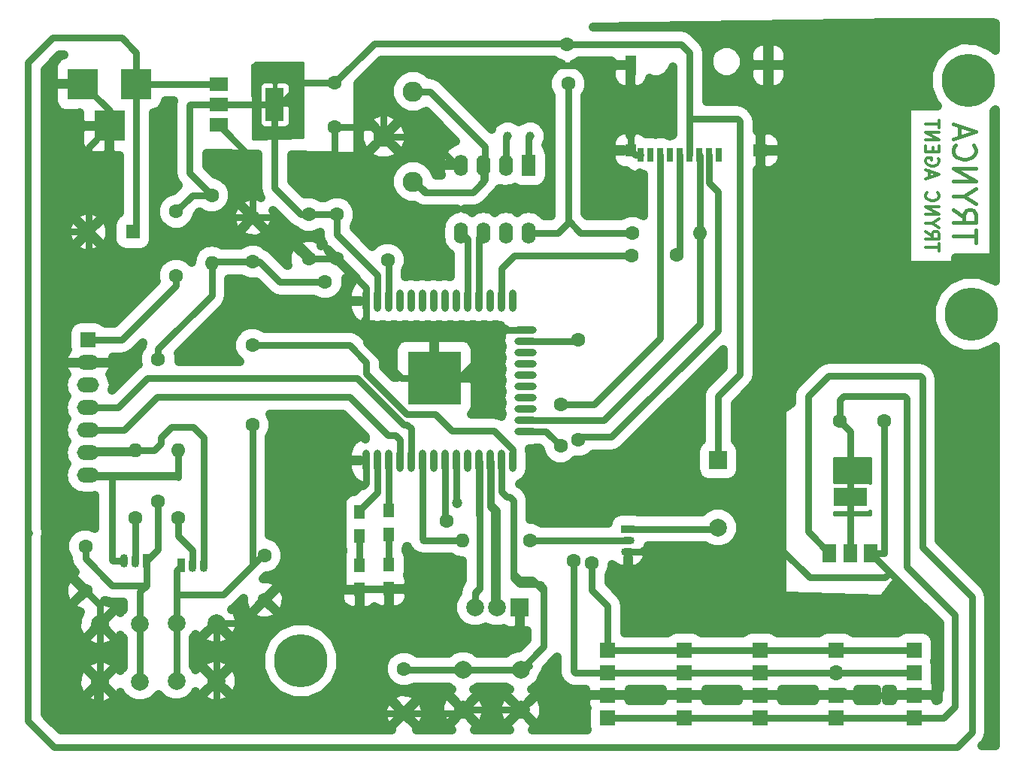
<source format=gbr>
G04 #@! TF.FileFunction,Copper,L2,Bot,Signal*
%FSLAX46Y46*%
G04 Gerber Fmt 4.6, Leading zero omitted, Abs format (unit mm)*
G04 Created by KiCad (PCBNEW 4.0.7) date Sat Feb 17 21:33:09 2018*
%MOMM*%
%LPD*%
G01*
G04 APERTURE LIST*
%ADD10C,0.150000*%
%ADD11C,0.300000*%
%ADD12C,0.400000*%
%ADD13C,5.999480*%
%ADD14C,2.290000*%
%ADD15R,2.000000X2.000000*%
%ADD16C,2.000000*%
%ADD17C,1.600000*%
%ADD18R,1.600000X1.600000*%
%ADD19R,1.300000X1.500000*%
%ADD20R,1.700000X1.700000*%
%ADD21O,2.500000X1.700000*%
%ADD22R,3.500000X3.500000*%
%ADD23O,1.700000X1.700000*%
%ADD24R,1.200000X2.200000*%
%ADD25R,1.600000X1.400000*%
%ADD26R,1.200000X1.400000*%
%ADD27R,0.700000X1.600000*%
%ADD28O,0.900000X1.500000*%
%ADD29R,0.900000X1.500000*%
%ADD30O,1.500000X0.900000*%
%ADD31R,1.500000X0.900000*%
%ADD32O,1.600000X1.600000*%
%ADD33R,3.800000X2.000000*%
%ADD34R,1.500000X2.000000*%
%ADD35R,2.000000X3.800000*%
%ADD36R,2.000000X1.500000*%
%ADD37R,1.600000X2.400000*%
%ADD38O,1.600000X2.400000*%
%ADD39O,0.900000X2.500000*%
%ADD40O,2.500000X0.900000*%
%ADD41R,6.000000X6.000000*%
%ADD42C,1.000000*%
%ADD43C,1.200000*%
%ADD44C,0.800000*%
%ADD45C,0.254000*%
%ADD46C,1.000000*%
G04 APERTURE END LIST*
D10*
D11*
X139568929Y-58665143D02*
X139568929Y-57808000D01*
X138068929Y-58236571D02*
X139568929Y-58236571D01*
X138068929Y-56450857D02*
X138783214Y-56950857D01*
X138068929Y-57308000D02*
X139568929Y-57308000D01*
X139568929Y-56736572D01*
X139497500Y-56593714D01*
X139426071Y-56522286D01*
X139283214Y-56450857D01*
X139068929Y-56450857D01*
X138926071Y-56522286D01*
X138854643Y-56593714D01*
X138783214Y-56736572D01*
X138783214Y-57308000D01*
X138783214Y-55522286D02*
X138068929Y-55522286D01*
X139568929Y-56022286D02*
X138783214Y-55522286D01*
X139568929Y-55022286D01*
X138068929Y-54522286D02*
X139568929Y-54522286D01*
X138068929Y-53665143D01*
X139568929Y-53665143D01*
X138211786Y-52093714D02*
X138140357Y-52165143D01*
X138068929Y-52379429D01*
X138068929Y-52522286D01*
X138140357Y-52736571D01*
X138283214Y-52879429D01*
X138426071Y-52950857D01*
X138711786Y-53022286D01*
X138926071Y-53022286D01*
X139211786Y-52950857D01*
X139354643Y-52879429D01*
X139497500Y-52736571D01*
X139568929Y-52522286D01*
X139568929Y-52379429D01*
X139497500Y-52165143D01*
X139426071Y-52093714D01*
X138497500Y-50379429D02*
X138497500Y-49665143D01*
X138068929Y-50522286D02*
X139568929Y-50022286D01*
X138068929Y-49522286D01*
X139497500Y-48236572D02*
X139568929Y-48379429D01*
X139568929Y-48593715D01*
X139497500Y-48808000D01*
X139354643Y-48950858D01*
X139211786Y-49022286D01*
X138926071Y-49093715D01*
X138711786Y-49093715D01*
X138426071Y-49022286D01*
X138283214Y-48950858D01*
X138140357Y-48808000D01*
X138068929Y-48593715D01*
X138068929Y-48450858D01*
X138140357Y-48236572D01*
X138211786Y-48165143D01*
X138711786Y-48165143D01*
X138711786Y-48450858D01*
X138854643Y-47522286D02*
X138854643Y-47022286D01*
X138068929Y-46808000D02*
X138068929Y-47522286D01*
X139568929Y-47522286D01*
X139568929Y-46808000D01*
X138068929Y-46165143D02*
X139568929Y-46165143D01*
X138068929Y-45308000D01*
X139568929Y-45308000D01*
X139568929Y-44808000D02*
X139568929Y-43950857D01*
X138068929Y-44379428D02*
X139568929Y-44379428D01*
D12*
X143672548Y-57720667D02*
X143672548Y-56292095D01*
X141172548Y-57006381D02*
X143672548Y-57006381D01*
X141172548Y-54030190D02*
X142363024Y-54863524D01*
X141172548Y-55458762D02*
X143672548Y-55458762D01*
X143672548Y-54506381D01*
X143553500Y-54268286D01*
X143434452Y-54149238D01*
X143196357Y-54030190D01*
X142839214Y-54030190D01*
X142601119Y-54149238D01*
X142482071Y-54268286D01*
X142363024Y-54506381D01*
X142363024Y-55458762D01*
X142363024Y-52482571D02*
X141172548Y-52482571D01*
X143672548Y-53315905D02*
X142363024Y-52482571D01*
X143672548Y-51649238D01*
X141172548Y-50815905D02*
X143672548Y-50815905D01*
X141172548Y-49387333D01*
X143672548Y-49387333D01*
X141410643Y-46768285D02*
X141291595Y-46887333D01*
X141172548Y-47244476D01*
X141172548Y-47482571D01*
X141291595Y-47839714D01*
X141529690Y-48077809D01*
X141767786Y-48196857D01*
X142243976Y-48315905D01*
X142601119Y-48315905D01*
X143077310Y-48196857D01*
X143315405Y-48077809D01*
X143553500Y-47839714D01*
X143672548Y-47482571D01*
X143672548Y-47244476D01*
X143553500Y-46887333D01*
X143434452Y-46768285D01*
X141886833Y-45815905D02*
X141886833Y-44625428D01*
X141172548Y-46054000D02*
X143672548Y-45220666D01*
X141172548Y-44387333D01*
D13*
X143192500Y-65786000D03*
X142875000Y-39433500D03*
D14*
X80327500Y-50863500D03*
X80327500Y-40703500D03*
X77027500Y-45783500D03*
D15*
X114681000Y-82232500D03*
D16*
X114681000Y-89832500D03*
D17*
X43434000Y-91948000D03*
X43434000Y-96948000D03*
X63627000Y-92964000D03*
X63627000Y-97964000D03*
D18*
X48768000Y-56515000D03*
D17*
X43768000Y-56515000D03*
X71501000Y-39751000D03*
X71501000Y-44751000D03*
X128397000Y-77851000D03*
X133397000Y-77851000D03*
X79311500Y-110744000D03*
X79311500Y-105744000D03*
X62293500Y-59880500D03*
X62293500Y-54880500D03*
X68580000Y-59563000D03*
X68580000Y-54563000D03*
X71755000Y-59563000D03*
X71755000Y-54563000D03*
D19*
X74295000Y-96790500D03*
X74295000Y-94090500D03*
X77597000Y-96727000D03*
X77597000Y-94027000D03*
D20*
X43751500Y-68707000D03*
D21*
X43751500Y-71247000D03*
X43751500Y-73787000D03*
X43751500Y-76327000D03*
X43751500Y-78867000D03*
X43751500Y-81407000D03*
X43751500Y-83947000D03*
D22*
X49149000Y-39878000D03*
X43149000Y-39878000D03*
X46149000Y-44578000D03*
D15*
X92329000Y-98806000D03*
D16*
X89789000Y-98806000D03*
X87289000Y-98806000D03*
D20*
X136779000Y-103632000D03*
X136779000Y-106172000D03*
X136779000Y-108712000D03*
X136779000Y-111252000D03*
X127952500Y-103632000D03*
D23*
X127952500Y-106172000D03*
D20*
X127952500Y-108712000D03*
X127952500Y-111252000D03*
X119380000Y-103632000D03*
X119380000Y-106172000D03*
X119380000Y-108712000D03*
X119380000Y-111252000D03*
X102235000Y-103632000D03*
X102235000Y-106172000D03*
X102235000Y-108712000D03*
X102235000Y-111252000D03*
X110871000Y-103632000D03*
X110871000Y-106172000D03*
X110871000Y-108712000D03*
X110871000Y-111252000D03*
D24*
X120335500Y-37738000D03*
X104835500Y-37738000D03*
D25*
X119435500Y-47338000D03*
D26*
X104835500Y-47338000D03*
D27*
X105985500Y-47838000D03*
X108185500Y-47838000D03*
X107085500Y-47838000D03*
X109285500Y-47838000D03*
X110385500Y-47838000D03*
X111485500Y-47838000D03*
X114785500Y-47838000D03*
X113685500Y-47838000D03*
X112585500Y-47838000D03*
D28*
X49022000Y-93599000D03*
X47752000Y-93599000D03*
D29*
X50292000Y-93599000D03*
D28*
X55499000Y-94107000D03*
X56769000Y-94107000D03*
D29*
X54229000Y-94107000D03*
D30*
X104521000Y-91249500D03*
X104521000Y-92519500D03*
D31*
X104521000Y-89979500D03*
D17*
X49022000Y-88709500D03*
D32*
X49022000Y-81089500D03*
D17*
X53911500Y-88709500D03*
D32*
X53911500Y-81089500D03*
D17*
X57658000Y-52387500D03*
D32*
X57658000Y-60007500D03*
D17*
X105029000Y-56642000D03*
D32*
X112649000Y-56642000D03*
D17*
X93472000Y-91249500D03*
D32*
X85852000Y-91249500D03*
D19*
X74295000Y-90758000D03*
X74295000Y-88058000D03*
X77597000Y-90631000D03*
X77597000Y-87931000D03*
D16*
X49585000Y-107188000D03*
X45085000Y-107188000D03*
X49585000Y-100688000D03*
X45085000Y-100688000D03*
X53666000Y-100584000D03*
X58166000Y-100584000D03*
X53666000Y-107084000D03*
X58166000Y-107084000D03*
X92456000Y-105863000D03*
X92456000Y-110363000D03*
X85956000Y-105863000D03*
X85956000Y-110363000D03*
D33*
X129540000Y-86385000D03*
D34*
X129540000Y-92685000D03*
X127240000Y-92685000D03*
X131840000Y-92685000D03*
D35*
X64745000Y-42164000D03*
D36*
X58445000Y-42164000D03*
X58445000Y-39864000D03*
X58445000Y-44464000D03*
D37*
X93345000Y-49022000D03*
D38*
X85725000Y-56642000D03*
X90805000Y-49022000D03*
X88265000Y-56642000D03*
X88265000Y-49022000D03*
X90805000Y-56642000D03*
X85725000Y-49022000D03*
X93345000Y-56642000D03*
D39*
X75014000Y-82279000D03*
X76284000Y-82279000D03*
X77554000Y-82279000D03*
X78824000Y-82279000D03*
X80094000Y-82279000D03*
X81364000Y-82279000D03*
X82634000Y-82279000D03*
X83904000Y-82279000D03*
X85174000Y-82279000D03*
X86444000Y-82279000D03*
X87714000Y-82279000D03*
X88984000Y-82279000D03*
X90254000Y-82279000D03*
X91524000Y-82279000D03*
D40*
X93014000Y-78994000D03*
X93014000Y-77724000D03*
X93014000Y-76454000D03*
X93014000Y-75184000D03*
X93014000Y-73914000D03*
X93014000Y-72644000D03*
X93014000Y-71374000D03*
X93014000Y-70104000D03*
X93014000Y-68834000D03*
X93014000Y-67564000D03*
D39*
X91524000Y-64279000D03*
X90254000Y-64279000D03*
X88984000Y-64279000D03*
X87714000Y-64279000D03*
X86444000Y-64279000D03*
X85174000Y-64279000D03*
X83904000Y-64279000D03*
X82634000Y-64279000D03*
X81364000Y-64279000D03*
X80094000Y-64279000D03*
X78824000Y-64279000D03*
X77554000Y-64279000D03*
X76284000Y-64279000D03*
X75014000Y-64279000D03*
D41*
X82714000Y-72979000D03*
D42*
X93535500Y-45720000D03*
X90995500Y-45720000D03*
D13*
X67691000Y-104838500D03*
D17*
X124396500Y-42037000D03*
X100266500Y-42227500D03*
X62166500Y-48704500D03*
X66992500Y-48704500D03*
X97663000Y-35369500D03*
X97790000Y-39814500D03*
X53657500Y-54229000D03*
X53657500Y-61468000D03*
X51625500Y-86868000D03*
X51625500Y-70866000D03*
X70421500Y-62166500D03*
X77470000Y-59690000D03*
X62230000Y-69278500D03*
X62230000Y-78232000D03*
D43*
X85280500Y-87058500D03*
D17*
X100457000Y-93853000D03*
X98425000Y-93535500D03*
X84074000Y-89090500D03*
X96964500Y-80645000D03*
X96964500Y-75946000D03*
X110045500Y-59118500D03*
X104902000Y-59182000D03*
X98933000Y-68707000D03*
X98933000Y-79946500D03*
D44*
X104521000Y-92519500D02*
X122047000Y-92519500D01*
X133477000Y-95440500D02*
X134036250Y-94881250D01*
X124968000Y-95440500D02*
X133477000Y-95440500D01*
X122047000Y-92519500D02*
X124968000Y-95440500D01*
X104835500Y-42227500D02*
X100266500Y-42227500D01*
X124396500Y-42037000D02*
X120335500Y-42037000D01*
X120335500Y-42037000D02*
X120650000Y-42037000D01*
X120650000Y-42037000D02*
X120335500Y-42037000D01*
X119435500Y-47338000D02*
X119435500Y-45156500D01*
X119435500Y-45156500D02*
X120335500Y-44256500D01*
X120335500Y-44256500D02*
X120335500Y-42037000D01*
X120335500Y-42037000D02*
X120335500Y-37738000D01*
X105985500Y-47838000D02*
X105335500Y-47838000D01*
X105335500Y-47838000D02*
X104835500Y-47338000D01*
X104835500Y-37738000D02*
X104835500Y-42227500D01*
X104835500Y-42227500D02*
X104835500Y-47338000D01*
X77027500Y-45783500D02*
X77027500Y-38165500D01*
X77455000Y-37738000D02*
X104835500Y-37738000D01*
X77027500Y-38165500D02*
X77455000Y-37738000D01*
X85725000Y-49022000D02*
X85217000Y-49022000D01*
X85217000Y-49022000D02*
X81978500Y-45783500D01*
X81978500Y-45783500D02*
X77027500Y-45783500D01*
X71501000Y-44751000D02*
X71501000Y-48704500D01*
X71501000Y-48704500D02*
X66992500Y-48704500D01*
X62166500Y-48704500D02*
X62293500Y-48704500D01*
X62293500Y-48704500D02*
X62166500Y-48704500D01*
X62166500Y-48704500D02*
X62293500Y-48704500D01*
X43768000Y-56515000D02*
X43768000Y-59610000D01*
X57070000Y-54880500D02*
X62293500Y-54880500D01*
X52197000Y-59753500D02*
X57070000Y-54880500D01*
X43911500Y-59753500D02*
X52197000Y-59753500D01*
X43768000Y-59610000D02*
X43911500Y-59753500D01*
X71501000Y-44751000D02*
X75995000Y-44751000D01*
X75995000Y-44751000D02*
X77027500Y-45783500D01*
X62293500Y-54880500D02*
X62293500Y-48704500D01*
X62293500Y-48704500D02*
X62293500Y-48312500D01*
X62293500Y-48312500D02*
X58445000Y-44464000D01*
X68580000Y-59563000D02*
X68580000Y-59055000D01*
X68580000Y-59055000D02*
X64405500Y-54880500D01*
X64405500Y-54880500D02*
X62293500Y-54880500D01*
X82714000Y-72979000D02*
X85517000Y-72979000D01*
X85517000Y-72979000D02*
X90360500Y-68135500D01*
X90741500Y-67564000D02*
X93014000Y-67564000D01*
X90360500Y-67945000D02*
X90741500Y-67564000D01*
X90360500Y-68135500D02*
X90360500Y-67945000D01*
X71755000Y-59563000D02*
X68580000Y-59563000D01*
X75014000Y-64279000D02*
X75014000Y-62822000D01*
X75014000Y-62822000D02*
X71755000Y-59563000D01*
X75014000Y-64279000D02*
X75014000Y-68981500D01*
X79011500Y-72979000D02*
X82714000Y-72979000D01*
X75014000Y-68981500D02*
X79011500Y-72979000D01*
X46149000Y-44578000D02*
X46149000Y-42878000D01*
X46149000Y-42878000D02*
X43149000Y-39878000D01*
X43768000Y-56515000D02*
X43768000Y-46959000D01*
X43768000Y-46959000D02*
X46149000Y-44578000D01*
X40640000Y-71628000D02*
X40640000Y-56642000D01*
X40767000Y-56515000D02*
X43768000Y-56515000D01*
X40640000Y-56642000D02*
X40767000Y-56515000D01*
X43434000Y-96948000D02*
X43227000Y-96948000D01*
X43227000Y-96948000D02*
X40640000Y-94361000D01*
X41021000Y-71247000D02*
X43751500Y-71247000D01*
X40640000Y-71628000D02*
X41021000Y-71247000D01*
X40640000Y-94361000D02*
X40640000Y-71628000D01*
X131840000Y-92685000D02*
X133375000Y-92685000D01*
X133397000Y-92663000D02*
X133397000Y-77851000D01*
X133375000Y-92685000D02*
X133397000Y-92663000D01*
X136779000Y-108712000D02*
X139065000Y-108712000D01*
X139700000Y-100545000D02*
X134036250Y-94881250D01*
X134036250Y-94881250D02*
X131840000Y-92685000D01*
X139700000Y-108077000D02*
X139700000Y-100545000D01*
X139065000Y-108712000D02*
X139700000Y-108077000D01*
X128460500Y-108204000D02*
X128778000Y-108204000D01*
X128778000Y-108204000D02*
X128270000Y-108712000D01*
X128460500Y-108204000D02*
X128968500Y-108712000D01*
X128968500Y-108712000D02*
X136779000Y-108712000D01*
X119380000Y-108712000D02*
X128270000Y-108712000D01*
X110871000Y-108712000D02*
X119380000Y-108712000D01*
X102235000Y-108712000D02*
X110871000Y-108712000D01*
X102235000Y-108712000D02*
X94107000Y-108712000D01*
X94107000Y-108712000D02*
X92456000Y-110363000D01*
X45085000Y-100688000D02*
X45085000Y-98599000D01*
X45085000Y-98599000D02*
X43434000Y-96948000D01*
X58166000Y-100584000D02*
X61214000Y-100584000D01*
X61214000Y-100584000D02*
X63627000Y-98171000D01*
X63627000Y-98171000D02*
X63627000Y-97964000D01*
X58166000Y-110744000D02*
X58166000Y-107084000D01*
X58166000Y-107084000D02*
X58166000Y-100584000D01*
X45085000Y-107188000D02*
X45085000Y-100688000D01*
X44767500Y-110744000D02*
X44767500Y-107505500D01*
X44767500Y-107505500D02*
X45085000Y-107188000D01*
X58166000Y-110744000D02*
X44767500Y-110744000D01*
X76581000Y-110744000D02*
X58166000Y-110744000D01*
X77597000Y-101917500D02*
X92265500Y-101917500D01*
X92329000Y-101854000D02*
X92329000Y-98806000D01*
X92265500Y-101917500D02*
X92329000Y-101854000D01*
X76581000Y-110744000D02*
X76581000Y-104076500D01*
X77597000Y-103060500D02*
X77597000Y-101917500D01*
X77597000Y-101917500D02*
X77597000Y-96727000D01*
X76581000Y-104076500D02*
X77597000Y-103060500D01*
X79311500Y-110744000D02*
X77152500Y-110744000D01*
X77152500Y-110744000D02*
X76581000Y-110744000D01*
X76581000Y-110744000D02*
X76517500Y-110744000D01*
X85956000Y-110363000D02*
X92456000Y-110363000D01*
X79311500Y-110744000D02*
X85575000Y-110744000D01*
X85575000Y-110744000D02*
X85956000Y-110363000D01*
X74295000Y-96790500D02*
X72691000Y-96790500D01*
X72691000Y-96790500D02*
X72390000Y-96489500D01*
X72390000Y-96489500D02*
X72390000Y-86614000D01*
X72390000Y-86614000D02*
X73850500Y-85153500D01*
X73850500Y-85153500D02*
X74739500Y-85153500D01*
X74739500Y-85153500D02*
X75014000Y-84879000D01*
X75014000Y-84879000D02*
X75014000Y-82279000D01*
X74295000Y-96790500D02*
X77533500Y-96790500D01*
X77533500Y-96790500D02*
X77597000Y-96727000D01*
X45085000Y-110426500D02*
X45085000Y-107188000D01*
X44767500Y-110744000D02*
X45085000Y-110426500D01*
X58166000Y-110744000D02*
X58166000Y-110934500D01*
X58166000Y-110934500D02*
X58229500Y-110871000D01*
X58229500Y-110871000D02*
X77025500Y-110871000D01*
X77025500Y-110871000D02*
X77025500Y-110744000D01*
X77025500Y-110744000D02*
X79311500Y-110744000D01*
X77597000Y-96727000D02*
X77597000Y-102489000D01*
X77597000Y-102489000D02*
X76454000Y-103632000D01*
X76454000Y-103632000D02*
X76454000Y-110807500D01*
X76454000Y-110807500D02*
X76517500Y-110744000D01*
X85575000Y-110744000D02*
X85956000Y-110363000D01*
X76517500Y-110744000D02*
X77025500Y-110744000D01*
X77914500Y-102171500D02*
X77597000Y-102489000D01*
X92329000Y-98806000D02*
X92329000Y-102108000D01*
X92329000Y-102108000D02*
X92392500Y-102171500D01*
X92392500Y-102171500D02*
X77914500Y-102171500D01*
X75014000Y-84879000D02*
X75014000Y-82279000D01*
X74739500Y-85153500D02*
X75014000Y-84879000D01*
X73850500Y-85153500D02*
X74739500Y-85153500D01*
X72390000Y-86614000D02*
X73850500Y-85153500D01*
X72390000Y-96489500D02*
X72390000Y-86614000D01*
X72691000Y-96790500D02*
X72390000Y-96489500D01*
X77597000Y-96727000D02*
X74358500Y-96727000D01*
X74358500Y-96727000D02*
X74295000Y-96790500D01*
X80327500Y-50863500D02*
X80581500Y-50863500D01*
X80581500Y-50863500D02*
X81788000Y-52070000D01*
X81788000Y-52070000D02*
X87058500Y-52070000D01*
X87058500Y-52070000D02*
X88265000Y-50863500D01*
X88265000Y-50863500D02*
X88265000Y-49022000D01*
X88455500Y-47625000D02*
X88455500Y-46926500D01*
X88455500Y-50673000D02*
X88455500Y-47625000D01*
X87058500Y-52070000D02*
X88455500Y-50673000D01*
X81661000Y-52070000D02*
X87058500Y-52070000D01*
X80454500Y-50863500D02*
X81661000Y-52070000D01*
X82232500Y-40703500D02*
X80327500Y-40703500D01*
X88455500Y-46926500D02*
X82232500Y-40703500D01*
X80327500Y-50863500D02*
X80454500Y-50863500D01*
X114681000Y-82232500D02*
X114681000Y-75057000D01*
X116840000Y-43751500D02*
X111485500Y-43751500D01*
X117157500Y-44069000D02*
X116840000Y-43751500D01*
X117157500Y-72580500D02*
X117157500Y-44069000D01*
X114681000Y-75057000D02*
X117157500Y-72580500D01*
X105029000Y-56642000D02*
X99187000Y-56642000D01*
X99187000Y-56642000D02*
X97790000Y-55245000D01*
X111485500Y-47838000D02*
X111485500Y-43751500D01*
X111485500Y-43751500D02*
X111485500Y-36301500D01*
X110553500Y-35369500D02*
X97663000Y-35369500D01*
X111485500Y-36301500D02*
X110553500Y-35369500D01*
X93345000Y-56642000D02*
X96647000Y-56642000D01*
X75946000Y-35306000D02*
X71501000Y-39751000D01*
X97599500Y-35306000D02*
X75946000Y-35306000D01*
X97663000Y-35369500D02*
X97599500Y-35306000D01*
X97790000Y-55499000D02*
X97790000Y-55245000D01*
X97790000Y-55245000D02*
X97790000Y-39814500D01*
X96647000Y-56642000D02*
X97790000Y-55499000D01*
X43751500Y-68707000D02*
X47498000Y-68707000D01*
X55499000Y-52387500D02*
X57658000Y-52387500D01*
X53657500Y-54229000D02*
X55499000Y-52387500D01*
X53657500Y-62547500D02*
X53657500Y-61468000D01*
X47498000Y-68707000D02*
X53657500Y-62547500D01*
X64745000Y-42164000D02*
X65405000Y-42164000D01*
X65405000Y-42164000D02*
X67818000Y-39751000D01*
X67818000Y-39751000D02*
X71501000Y-39751000D01*
X68580000Y-54563000D02*
X67707500Y-54563000D01*
X64745000Y-51600500D02*
X64745000Y-42164000D01*
X67707500Y-54563000D02*
X64745000Y-51600500D01*
X58445000Y-42164000D02*
X55245000Y-42164000D01*
X55181500Y-49911000D02*
X57658000Y-52387500D01*
X55181500Y-42227500D02*
X55181500Y-49911000D01*
X55245000Y-42164000D02*
X55181500Y-42227500D01*
X58445000Y-42164000D02*
X64745000Y-42164000D01*
X71755000Y-54563000D02*
X71755000Y-56832500D01*
X76284000Y-61361500D02*
X76284000Y-64279000D01*
X71755000Y-56832500D02*
X76284000Y-61361500D01*
X68580000Y-54563000D02*
X71755000Y-54563000D01*
X104521000Y-89979500D02*
X114534000Y-89979500D01*
X114534000Y-89979500D02*
X114681000Y-89832500D01*
X51625500Y-70866000D02*
X51625500Y-69723000D01*
X51625500Y-92265500D02*
X51625500Y-86868000D01*
X50292000Y-93599000D02*
X51625500Y-92265500D01*
X57658000Y-63690500D02*
X57658000Y-60007500D01*
X51625500Y-69723000D02*
X57658000Y-63690500D01*
X62293500Y-59880500D02*
X57785000Y-59880500D01*
X57785000Y-59880500D02*
X57658000Y-60007500D01*
X62293500Y-59880500D02*
X63055500Y-59880500D01*
X63055500Y-59880500D02*
X65341500Y-62166500D01*
X65341500Y-62166500D02*
X70421500Y-62166500D01*
X77470000Y-59690000D02*
X77554000Y-59774000D01*
X77554000Y-59774000D02*
X77554000Y-64279000D01*
X43434000Y-91948000D02*
X43434000Y-93345000D01*
X46418500Y-96329500D02*
X50292000Y-96329500D01*
X43434000Y-93345000D02*
X46418500Y-96329500D01*
X49585000Y-100688000D02*
X49585000Y-97036500D01*
X49585000Y-97036500D02*
X50292000Y-96329500D01*
X50292000Y-96329500D02*
X50292000Y-93599000D01*
X49585000Y-107188000D02*
X49585000Y-100688000D01*
X50292000Y-96329500D02*
X50292000Y-93599000D01*
X49585000Y-97036500D02*
X50292000Y-96329500D01*
X73152000Y-69278500D02*
X62230000Y-69278500D01*
X75057000Y-71183500D02*
X73152000Y-69278500D01*
X75057000Y-72517000D02*
X75057000Y-71183500D01*
X79629000Y-77089000D02*
X75057000Y-72517000D01*
X82867500Y-77089000D02*
X79629000Y-77089000D01*
X84731500Y-78953000D02*
X82867500Y-77089000D01*
X89408000Y-78953000D02*
X84731500Y-78953000D01*
X91524000Y-81069000D02*
X89408000Y-78953000D01*
X62261750Y-78263750D02*
X62261750Y-94075250D01*
X62230000Y-78232000D02*
X62261750Y-78263750D01*
X91524000Y-82279000D02*
X91524000Y-81069000D01*
X63627000Y-92964000D02*
X63373000Y-92964000D01*
X63373000Y-92964000D02*
X62261750Y-94075250D01*
X62261750Y-94075250D02*
X58928000Y-97409000D01*
X58928000Y-97409000D02*
X53666000Y-97409000D01*
X53666000Y-100584000D02*
X53666000Y-97409000D01*
X53666000Y-97409000D02*
X53666000Y-94670000D01*
X53666000Y-94670000D02*
X54229000Y-94107000D01*
X53666000Y-107084000D02*
X53666000Y-100584000D01*
X53666000Y-94670000D02*
X54229000Y-94107000D01*
X58445000Y-39864000D02*
X49163000Y-39864000D01*
X49163000Y-39864000D02*
X49149000Y-39878000D01*
X36957000Y-89662000D02*
X36957000Y-111633000D01*
X124841000Y-90286000D02*
X127240000Y-92685000D01*
X124841000Y-75057000D02*
X124841000Y-90286000D01*
X127127000Y-72771000D02*
X124841000Y-75057000D01*
X137414000Y-72771000D02*
X127127000Y-72771000D01*
X137668000Y-73025000D02*
X137414000Y-72771000D01*
X137668000Y-92075000D02*
X137668000Y-73025000D01*
X143256000Y-97663000D02*
X137668000Y-92075000D01*
X143256000Y-112903000D02*
X143256000Y-97663000D01*
X141605000Y-114554000D02*
X143256000Y-112903000D01*
X39878000Y-114554000D02*
X141605000Y-114554000D01*
X36957000Y-111633000D02*
X39878000Y-114554000D01*
X49149000Y-39878000D02*
X49149000Y-36322000D01*
X36957000Y-90297000D02*
X37084000Y-90424000D01*
X36957000Y-37465000D02*
X36957000Y-89662000D01*
X36957000Y-89662000D02*
X36957000Y-90297000D01*
X39751000Y-34671000D02*
X36957000Y-37465000D01*
X47498000Y-34671000D02*
X39751000Y-34671000D01*
X49149000Y-36322000D02*
X47498000Y-34671000D01*
X49149000Y-39878000D02*
X49149000Y-56134000D01*
X49149000Y-56134000D02*
X48768000Y-56515000D01*
X128397000Y-77851000D02*
X128397000Y-75438000D01*
X140081000Y-111252000D02*
X136779000Y-111252000D01*
X141351000Y-109982000D02*
X140081000Y-111252000D01*
X141351000Y-99695000D02*
X141351000Y-109982000D01*
X135890000Y-94234000D02*
X141351000Y-99695000D01*
X135890000Y-75311000D02*
X135890000Y-94234000D01*
X135636000Y-75057000D02*
X135890000Y-75311000D01*
X128778000Y-75057000D02*
X135636000Y-75057000D01*
X128397000Y-75438000D02*
X128778000Y-75057000D01*
X129540000Y-86385000D02*
X129540000Y-78994000D01*
X129540000Y-78994000D02*
X128397000Y-77851000D01*
X129540000Y-92685000D02*
X129540000Y-86385000D01*
X110871000Y-111252000D02*
X102235000Y-111252000D01*
X119380000Y-111252000D02*
X110871000Y-111252000D01*
X127952500Y-111252000D02*
X119380000Y-111252000D01*
X136779000Y-111252000D02*
X127508000Y-111252000D01*
X127508000Y-111252000D02*
X127952500Y-111252000D01*
X85956000Y-105863000D02*
X79430500Y-105863000D01*
X79430500Y-105863000D02*
X79311500Y-105744000D01*
X92456000Y-105863000D02*
X85956000Y-105863000D01*
X92456000Y-105863000D02*
X95059500Y-103259500D01*
X95059500Y-103259500D02*
X95059500Y-98996500D01*
X90254000Y-82279000D02*
X90254000Y-85768000D01*
X91186000Y-86360000D02*
X91630500Y-86804500D01*
X90846000Y-86360000D02*
X91186000Y-86360000D01*
X90254000Y-85768000D02*
X90846000Y-86360000D01*
X91630500Y-86804500D02*
X91630500Y-94996000D01*
X95059500Y-96964500D02*
X95059500Y-98996500D01*
X95059500Y-98996500D02*
X95059500Y-99314000D01*
X93789500Y-95694500D02*
X95059500Y-96964500D01*
X92329000Y-95694500D02*
X93789500Y-95694500D01*
X91630500Y-94996000D02*
X92329000Y-95694500D01*
X79430500Y-105863000D02*
X79311500Y-105744000D01*
X92909000Y-105410000D02*
X93408500Y-105410000D01*
X92456000Y-105863000D02*
X92909000Y-105410000D01*
X95059500Y-96583500D02*
X95059500Y-99314000D01*
X91630500Y-86804500D02*
X91630500Y-95504000D01*
X91630500Y-95504000D02*
X92329000Y-96202500D01*
X92329000Y-96202500D02*
X94678500Y-96202500D01*
X94678500Y-96202500D02*
X95059500Y-96583500D01*
X95059500Y-99314000D02*
X95059500Y-103259500D01*
X74295000Y-94090500D02*
X74295000Y-90758000D01*
X77597000Y-94027000D02*
X77597000Y-90631000D01*
X43751500Y-76327000D02*
X47117000Y-76327000D01*
X80094000Y-78697000D02*
X80094000Y-82279000D01*
X79629000Y-78232000D02*
X80094000Y-78697000D01*
X79248000Y-78232000D02*
X79629000Y-78232000D01*
X74041000Y-73025000D02*
X79248000Y-78232000D01*
X50419000Y-73025000D02*
X74041000Y-73025000D01*
X47117000Y-76327000D02*
X50419000Y-73025000D01*
X43751500Y-78867000D02*
X47752000Y-78867000D01*
X78824000Y-79903500D02*
X78824000Y-82279000D01*
X78359000Y-79438500D02*
X78824000Y-79903500D01*
X77533500Y-79438500D02*
X78359000Y-79438500D01*
X73215500Y-75120500D02*
X77533500Y-79438500D01*
X51498500Y-75120500D02*
X73215500Y-75120500D01*
X47752000Y-78867000D02*
X51498500Y-75120500D01*
X49022000Y-81089500D02*
X51181000Y-81089500D01*
X51943000Y-79692500D02*
X53149500Y-78486000D01*
X51943000Y-80327500D02*
X51943000Y-79692500D01*
X51181000Y-81089500D02*
X51943000Y-80327500D01*
X53149500Y-78486000D02*
X55562500Y-78486000D01*
X55562500Y-78486000D02*
X56769000Y-79692500D01*
X56769000Y-79692500D02*
X56769000Y-94107000D01*
X43751500Y-81407000D02*
X48704500Y-81407000D01*
X48704500Y-81407000D02*
X49022000Y-81089500D01*
X44069000Y-81089500D02*
X43751500Y-81407000D01*
X49022000Y-81089500D02*
X44069000Y-81089500D01*
X56769000Y-79692500D02*
X56769000Y-94107000D01*
X55562500Y-78486000D02*
X56769000Y-79692500D01*
X53149500Y-78486000D02*
X55562500Y-78486000D01*
X46101000Y-84074000D02*
X53848000Y-84074000D01*
X53848000Y-84074000D02*
X53911500Y-84137500D01*
X53911500Y-84137500D02*
X53911500Y-81089500D01*
X46418500Y-84074000D02*
X46101000Y-84074000D01*
X46101000Y-84074000D02*
X43878500Y-84074000D01*
X43878500Y-84074000D02*
X43751500Y-83947000D01*
X47752000Y-93599000D02*
X46545500Y-93599000D01*
X46545500Y-93599000D02*
X46418500Y-93472000D01*
X46418500Y-93472000D02*
X46418500Y-84074000D01*
X46418500Y-84074000D02*
X46418500Y-83947000D01*
X46418500Y-93472000D02*
X46418500Y-83947000D01*
X46545500Y-93599000D02*
X46418500Y-93472000D01*
X46418500Y-83947000D02*
X43751500Y-83947000D01*
X53721000Y-83947000D02*
X46418500Y-83947000D01*
X53911500Y-84137500D02*
X53721000Y-83947000D01*
X53911500Y-81089500D02*
X53911500Y-84137500D01*
X88984000Y-82279000D02*
X88984000Y-87460000D01*
X89408000Y-87884000D02*
X89408000Y-98425000D01*
X88984000Y-87460000D02*
X89408000Y-87884000D01*
X89408000Y-98425000D02*
X89789000Y-98806000D01*
X89090500Y-82385500D02*
X88984000Y-82279000D01*
X89090500Y-87185500D02*
X89090500Y-82385500D01*
X89789000Y-87884000D02*
X89090500Y-87185500D01*
X89789000Y-98806000D02*
X89789000Y-87884000D01*
X87289000Y-98806000D02*
X87289000Y-97258500D01*
X87820500Y-96727000D02*
X87820500Y-82385500D01*
X87289000Y-97258500D02*
X87820500Y-96727000D01*
X87820500Y-82385500D02*
X87714000Y-82279000D01*
X87289000Y-97115000D02*
X87289000Y-98806000D01*
X87820500Y-96583500D02*
X87289000Y-97115000D01*
X87820500Y-88519000D02*
X87820500Y-96583500D01*
X87714000Y-88412500D02*
X87820500Y-88519000D01*
X87714000Y-82279000D02*
X87714000Y-88412500D01*
X102235000Y-103632000D02*
X102235000Y-98615500D01*
X85174000Y-86952000D02*
X85174000Y-82279000D01*
X85280500Y-87058500D02*
X85174000Y-86952000D01*
X100457000Y-96837500D02*
X100457000Y-93853000D01*
X102235000Y-98615500D02*
X100457000Y-96837500D01*
X127952500Y-103632000D02*
X136779000Y-103632000D01*
X119380000Y-103632000D02*
X127952500Y-103632000D01*
X110871000Y-103632000D02*
X120015000Y-103632000D01*
X120015000Y-103632000D02*
X119380000Y-103632000D01*
X102235000Y-103632000D02*
X110871000Y-103632000D01*
X83904000Y-82279000D02*
X83904000Y-88920500D01*
X98615500Y-106172000D02*
X102235000Y-106172000D01*
X98425000Y-105981500D02*
X98615500Y-106172000D01*
X98425000Y-93535500D02*
X98425000Y-105981500D01*
X83904000Y-88920500D02*
X84074000Y-89090500D01*
X110871000Y-106172000D02*
X102235000Y-106172000D01*
X119380000Y-106172000D02*
X110871000Y-106172000D01*
X127952500Y-106172000D02*
X119380000Y-106172000D01*
X136779000Y-106172000D02*
X127952500Y-106172000D01*
X108185500Y-47838000D02*
X108185500Y-68471500D01*
X95313500Y-78994000D02*
X93014000Y-78994000D01*
X96964500Y-80645000D02*
X95313500Y-78994000D01*
X100711000Y-75946000D02*
X96964500Y-75946000D01*
X108185500Y-68471500D02*
X100711000Y-75946000D01*
X90254000Y-64279000D02*
X90254000Y-60622000D01*
X110385500Y-58778500D02*
X110385500Y-47838000D01*
X110045500Y-59118500D02*
X110385500Y-58778500D01*
X91694000Y-59182000D02*
X104902000Y-59182000D01*
X90254000Y-60622000D02*
X91694000Y-59182000D01*
X99187000Y-79629000D02*
X99187000Y-79692500D01*
X113685500Y-51011000D02*
X114681000Y-52006500D01*
X114681000Y-52006500D02*
X114681000Y-67627500D01*
X114681000Y-67627500D02*
X102679500Y-79629000D01*
X102679500Y-79629000D02*
X99187000Y-79629000D01*
X113685500Y-47838000D02*
X113685500Y-51011000D01*
X98806000Y-68834000D02*
X93014000Y-68834000D01*
X98933000Y-68707000D02*
X98806000Y-68834000D01*
X99187000Y-79692500D02*
X98933000Y-79946500D01*
X93014000Y-77724000D02*
X101790500Y-77724000D01*
X112649000Y-66865500D02*
X112649000Y-56642000D01*
X101790500Y-77724000D02*
X112649000Y-66865500D01*
X112649000Y-56642000D02*
X112649000Y-47901500D01*
X112649000Y-47901500D02*
X112585500Y-47838000D01*
X49022000Y-93599000D02*
X49022000Y-88709500D01*
X53911500Y-88709500D02*
X53911500Y-90805000D01*
X53911500Y-90805000D02*
X55499000Y-92392500D01*
X55499000Y-92392500D02*
X55499000Y-94107000D01*
X55499000Y-92392500D02*
X53911500Y-90805000D01*
X55499000Y-94107000D02*
X55499000Y-92392500D01*
X104521000Y-91249500D02*
X93472000Y-91249500D01*
X81364000Y-82279000D02*
X81364000Y-91143000D01*
X81364000Y-91143000D02*
X81470500Y-91249500D01*
X81470500Y-91249500D02*
X85852000Y-91249500D01*
X81470500Y-91249500D02*
X81364000Y-91143000D01*
X85852000Y-91249500D02*
X81470500Y-91249500D01*
X76284000Y-85895000D02*
X76284000Y-82279000D01*
X74295000Y-87884000D02*
X76284000Y-85895000D01*
X74295000Y-88058000D02*
X74295000Y-87884000D01*
X74295000Y-87884000D02*
X76284000Y-85895000D01*
X76284000Y-85895000D02*
X76284000Y-82279000D01*
X77597000Y-82322000D02*
X77554000Y-82279000D01*
X77597000Y-87931000D02*
X77597000Y-82322000D01*
X77597000Y-82322000D02*
X77554000Y-82279000D01*
X93345000Y-49022000D02*
X93345000Y-45910500D01*
X93345000Y-45910500D02*
X93535500Y-45720000D01*
X86444000Y-64279000D02*
X86444000Y-57361000D01*
X86444000Y-57361000D02*
X85725000Y-56642000D01*
X90805000Y-49022000D02*
X90805000Y-45910500D01*
X90805000Y-45910500D02*
X90995500Y-45720000D01*
X87714000Y-64279000D02*
X87714000Y-57193000D01*
X87714000Y-57193000D02*
X88265000Y-56642000D01*
D45*
G36*
X67945000Y-37459096D02*
X67945000Y-45913419D01*
X62609509Y-46037500D01*
X62291632Y-46037500D01*
X62238481Y-42449750D01*
X63110000Y-42449750D01*
X63110000Y-44190310D01*
X63206673Y-44423699D01*
X63385302Y-44602327D01*
X63618691Y-44699000D01*
X64459250Y-44699000D01*
X64618000Y-44540250D01*
X64618000Y-42291000D01*
X64872000Y-42291000D01*
X64872000Y-44540250D01*
X65030750Y-44699000D01*
X65871309Y-44699000D01*
X66104698Y-44602327D01*
X66283327Y-44423699D01*
X66380000Y-44190310D01*
X66380000Y-42449750D01*
X66221250Y-42291000D01*
X64872000Y-42291000D01*
X64618000Y-42291000D01*
X63268750Y-42291000D01*
X63110000Y-42449750D01*
X62238481Y-42449750D01*
X62204228Y-40137690D01*
X63110000Y-40137690D01*
X63110000Y-41878250D01*
X63268750Y-42037000D01*
X64618000Y-42037000D01*
X64618000Y-39787750D01*
X64872000Y-39787750D01*
X64872000Y-42037000D01*
X66221250Y-42037000D01*
X66380000Y-41878250D01*
X66380000Y-40137690D01*
X66283327Y-39904301D01*
X66104698Y-39725673D01*
X65871309Y-39629000D01*
X65030750Y-39629000D01*
X64872000Y-39787750D01*
X64618000Y-39787750D01*
X64459250Y-39629000D01*
X63618691Y-39629000D01*
X63385302Y-39725673D01*
X63206673Y-39904301D01*
X63110000Y-40137690D01*
X62204228Y-40137690D01*
X62168395Y-37719000D01*
X62293500Y-37719000D01*
X62342910Y-37708994D01*
X62384535Y-37680553D01*
X62411417Y-37639167D01*
X62506484Y-37401500D01*
X66735483Y-37401500D01*
X67945000Y-37459096D01*
X67945000Y-37459096D01*
G37*
X67945000Y-37459096D02*
X67945000Y-45913419D01*
X62609509Y-46037500D01*
X62291632Y-46037500D01*
X62238481Y-42449750D01*
X63110000Y-42449750D01*
X63110000Y-44190310D01*
X63206673Y-44423699D01*
X63385302Y-44602327D01*
X63618691Y-44699000D01*
X64459250Y-44699000D01*
X64618000Y-44540250D01*
X64618000Y-42291000D01*
X64872000Y-42291000D01*
X64872000Y-44540250D01*
X65030750Y-44699000D01*
X65871309Y-44699000D01*
X66104698Y-44602327D01*
X66283327Y-44423699D01*
X66380000Y-44190310D01*
X66380000Y-42449750D01*
X66221250Y-42291000D01*
X64872000Y-42291000D01*
X64618000Y-42291000D01*
X63268750Y-42291000D01*
X63110000Y-42449750D01*
X62238481Y-42449750D01*
X62204228Y-40137690D01*
X63110000Y-40137690D01*
X63110000Y-41878250D01*
X63268750Y-42037000D01*
X64618000Y-42037000D01*
X64618000Y-39787750D01*
X64872000Y-39787750D01*
X64872000Y-42037000D01*
X66221250Y-42037000D01*
X66380000Y-41878250D01*
X66380000Y-40137690D01*
X66283327Y-39904301D01*
X66104698Y-39725673D01*
X65871309Y-39629000D01*
X65030750Y-39629000D01*
X64872000Y-39787750D01*
X64618000Y-39787750D01*
X64459250Y-39629000D01*
X63618691Y-39629000D01*
X63385302Y-39725673D01*
X63206673Y-39904301D01*
X63110000Y-40137690D01*
X62204228Y-40137690D01*
X62168395Y-37719000D01*
X62293500Y-37719000D01*
X62342910Y-37708994D01*
X62384535Y-37680553D01*
X62411417Y-37639167D01*
X62506484Y-37401500D01*
X66735483Y-37401500D01*
X67945000Y-37459096D01*
G36*
X131826000Y-84872974D02*
X131799699Y-84846673D01*
X131566310Y-84750000D01*
X129825750Y-84750000D01*
X129667000Y-84908750D01*
X129667000Y-86258000D01*
X129687000Y-86258000D01*
X129687000Y-86512000D01*
X129667000Y-86512000D01*
X129667000Y-87861250D01*
X129825750Y-88020000D01*
X131566310Y-88020000D01*
X131799699Y-87923327D01*
X131826000Y-87897026D01*
X131826000Y-88392000D01*
X127698500Y-88392000D01*
X127698500Y-88020000D01*
X129254250Y-88020000D01*
X129413000Y-87861250D01*
X129413000Y-86512000D01*
X129393000Y-86512000D01*
X129393000Y-86258000D01*
X129413000Y-86258000D01*
X129413000Y-84908750D01*
X129254250Y-84750000D01*
X127698500Y-84750000D01*
X127698500Y-81978500D01*
X131826000Y-81978500D01*
X131826000Y-84872974D01*
X131826000Y-84872974D01*
G37*
X131826000Y-84872974D02*
X131799699Y-84846673D01*
X131566310Y-84750000D01*
X129825750Y-84750000D01*
X129667000Y-84908750D01*
X129667000Y-86258000D01*
X129687000Y-86258000D01*
X129687000Y-86512000D01*
X129667000Y-86512000D01*
X129667000Y-87861250D01*
X129825750Y-88020000D01*
X131566310Y-88020000D01*
X131799699Y-87923327D01*
X131826000Y-87897026D01*
X131826000Y-88392000D01*
X127698500Y-88392000D01*
X127698500Y-88020000D01*
X129254250Y-88020000D01*
X129413000Y-87861250D01*
X129413000Y-86512000D01*
X129393000Y-86512000D01*
X129393000Y-86258000D01*
X129413000Y-86258000D01*
X129413000Y-84908750D01*
X129254250Y-84750000D01*
X127698500Y-84750000D01*
X127698500Y-81978500D01*
X131826000Y-81978500D01*
X131826000Y-84872974D01*
D46*
G36*
X145867500Y-32999380D02*
X145867500Y-36062074D01*
X145427226Y-35621031D01*
X143773980Y-34934543D01*
X141983873Y-34932981D01*
X140329432Y-35616582D01*
X139062531Y-36881274D01*
X138376043Y-38534520D01*
X138374481Y-40324627D01*
X139058082Y-41979068D01*
X139386440Y-42308000D01*
X135897500Y-42308000D01*
X135897500Y-60308000D01*
X141447500Y-60308000D01*
X141447500Y-59458762D01*
X145753500Y-59458762D01*
X145753500Y-42918067D01*
X145867500Y-42804266D01*
X145867500Y-62096519D01*
X145744726Y-61973531D01*
X144091480Y-61287043D01*
X142301373Y-61285481D01*
X140646932Y-61969082D01*
X139380031Y-63233774D01*
X138693543Y-64887020D01*
X138691981Y-66677127D01*
X139375582Y-68331568D01*
X140640274Y-69598469D01*
X142293520Y-70284957D01*
X144083627Y-70286519D01*
X145738068Y-69602918D01*
X145867500Y-69473712D01*
X145867500Y-114435000D01*
X144411006Y-114435000D01*
X144599503Y-114246503D01*
X145011372Y-113630098D01*
X145156000Y-112903000D01*
X145156000Y-97663000D01*
X145011371Y-96935901D01*
X144599503Y-96319497D01*
X139568000Y-91287994D01*
X139568000Y-73025000D01*
X139423371Y-72297901D01*
X139011503Y-71681497D01*
X138757503Y-71427497D01*
X138562200Y-71297000D01*
X138141099Y-71015629D01*
X137414000Y-70871000D01*
X127127000Y-70871000D01*
X126399901Y-71015629D01*
X125978800Y-71297000D01*
X125783497Y-71427497D01*
X123497497Y-73713497D01*
X123085629Y-74329901D01*
X122941000Y-75057000D01*
X122941000Y-75753181D01*
X122057530Y-76440324D01*
X121928164Y-76590847D01*
X121864500Y-76835000D01*
X121864500Y-97028000D01*
X121903893Y-97222528D01*
X122015865Y-97386404D01*
X122182771Y-97493805D01*
X122346654Y-97527681D01*
X132940571Y-97906035D01*
X133136381Y-97873611D01*
X133348851Y-97718702D01*
X134832782Y-95863788D01*
X139451000Y-100482006D01*
X139451000Y-109194994D01*
X139293994Y-109352000D01*
X139229000Y-109352000D01*
X139229000Y-109162000D01*
X138829000Y-108762000D01*
X136829000Y-108762000D01*
X136829000Y-108782000D01*
X136729000Y-108782000D01*
X136729000Y-108762000D01*
X134729000Y-108762000D01*
X134329000Y-109162000D01*
X134329000Y-109352000D01*
X133665860Y-109352000D01*
X133608971Y-108072000D01*
X134329000Y-108072000D01*
X134329000Y-108262000D01*
X134729000Y-108662000D01*
X136729000Y-108662000D01*
X136729000Y-108642000D01*
X136829000Y-108642000D01*
X136829000Y-108662000D01*
X138829000Y-108662000D01*
X139229000Y-108262000D01*
X139229000Y-107543740D01*
X139110611Y-107257922D01*
X139158386Y-107022000D01*
X139158386Y-105322000D01*
X139076457Y-104886580D01*
X139158386Y-104482000D01*
X139158386Y-102782000D01*
X139053793Y-102226133D01*
X138725276Y-101715604D01*
X138224017Y-101373108D01*
X137629000Y-101252614D01*
X135929000Y-101252614D01*
X135373133Y-101357207D01*
X134862604Y-101685724D01*
X134830985Y-101732000D01*
X129909327Y-101732000D01*
X129898776Y-101715604D01*
X129397517Y-101373108D01*
X128802500Y-101252614D01*
X127102500Y-101252614D01*
X126546633Y-101357207D01*
X126036104Y-101685724D01*
X126004485Y-101732000D01*
X121336827Y-101732000D01*
X121326276Y-101715604D01*
X120825017Y-101373108D01*
X120230000Y-101252614D01*
X118530000Y-101252614D01*
X117974133Y-101357207D01*
X117463604Y-101685724D01*
X117431985Y-101732000D01*
X112827827Y-101732000D01*
X112817276Y-101715604D01*
X112316017Y-101373108D01*
X111721000Y-101252614D01*
X110021000Y-101252614D01*
X109465133Y-101357207D01*
X108954604Y-101685724D01*
X108922985Y-101732000D01*
X104191827Y-101732000D01*
X104181276Y-101715604D01*
X104135000Y-101683985D01*
X104135000Y-98615500D01*
X104129311Y-98586901D01*
X103990372Y-97888402D01*
X103578503Y-97271997D01*
X102357000Y-96050494D01*
X102357000Y-95206170D01*
X102405708Y-95157547D01*
X102756600Y-94312505D01*
X102756918Y-93948388D01*
X103390305Y-94394319D01*
X104171000Y-94569500D01*
X104471000Y-94569500D01*
X104471000Y-93199500D01*
X104571000Y-93199500D01*
X104571000Y-94569500D01*
X104871000Y-94569500D01*
X105651695Y-94394319D01*
X106305924Y-93933714D01*
X106734087Y-93257808D01*
X106837337Y-92889480D01*
X106470242Y-92569500D01*
X106283266Y-92569500D01*
X106350084Y-92469500D01*
X106470242Y-92469500D01*
X106837337Y-92149520D01*
X106761645Y-91879500D01*
X113191978Y-91879500D01*
X113263015Y-91950661D01*
X114181538Y-92332065D01*
X115176099Y-92332933D01*
X116095286Y-91953133D01*
X116799161Y-91250485D01*
X117180565Y-90331962D01*
X117181433Y-89337401D01*
X116801633Y-88418214D01*
X116098985Y-87714339D01*
X115180462Y-87332935D01*
X114185901Y-87332067D01*
X113266714Y-87711867D01*
X112898439Y-88079500D01*
X105663020Y-88079500D01*
X105271000Y-88000114D01*
X103771000Y-88000114D01*
X103215133Y-88104707D01*
X102704604Y-88433224D01*
X102362108Y-88934483D01*
X102278065Y-89349500D01*
X94825170Y-89349500D01*
X94776547Y-89300792D01*
X93931505Y-88949900D01*
X93530500Y-88949550D01*
X93530500Y-86804500D01*
X93385871Y-86077401D01*
X92974003Y-85460997D01*
X92529503Y-85016497D01*
X92442161Y-84958137D01*
X92338465Y-84888850D01*
X92902858Y-84511734D01*
X93325565Y-83879109D01*
X93474000Y-83132876D01*
X93474000Y-81425124D01*
X93424000Y-81173757D01*
X93424000Y-81069000D01*
X93399136Y-80944000D01*
X93867876Y-80944000D01*
X94119243Y-80894000D01*
X94526494Y-80894000D01*
X94664161Y-81031667D01*
X94664101Y-81100491D01*
X95013518Y-81946143D01*
X95659953Y-82593708D01*
X96504995Y-82944600D01*
X97419991Y-82945399D01*
X98265643Y-82595982D01*
X98616012Y-82246224D01*
X99388491Y-82246899D01*
X100234143Y-81897482D01*
X100603269Y-81529000D01*
X102679500Y-81529000D01*
X103406599Y-81384371D01*
X104023003Y-80972503D01*
X115257500Y-69738006D01*
X115257500Y-71793494D01*
X113337497Y-73713497D01*
X112925629Y-74329901D01*
X112781000Y-75057000D01*
X112781000Y-80029151D01*
X112614604Y-80136224D01*
X112272108Y-80637483D01*
X112151614Y-81232500D01*
X112151614Y-83232500D01*
X112256207Y-83788367D01*
X112584724Y-84298896D01*
X113085983Y-84641392D01*
X113681000Y-84761886D01*
X115681000Y-84761886D01*
X116236867Y-84657293D01*
X116747396Y-84328776D01*
X117089892Y-83827517D01*
X117210386Y-83232500D01*
X117210386Y-81232500D01*
X117105793Y-80676633D01*
X116777276Y-80166104D01*
X116581000Y-80031994D01*
X116581000Y-75844006D01*
X118501003Y-73924003D01*
X118599229Y-73776997D01*
X118912871Y-73307599D01*
X119057500Y-72580500D01*
X119057500Y-49566000D01*
X119385500Y-49238000D01*
X119385500Y-47388000D01*
X119485500Y-47388000D01*
X119485500Y-49238000D01*
X119885500Y-49638000D01*
X120553760Y-49638000D01*
X121141827Y-49394414D01*
X121591915Y-48944327D01*
X121835500Y-48356260D01*
X121835500Y-47788000D01*
X121435500Y-47388000D01*
X119485500Y-47388000D01*
X119385500Y-47388000D01*
X119365500Y-47388000D01*
X119365500Y-47288000D01*
X119385500Y-47288000D01*
X119385500Y-45438000D01*
X119485500Y-45438000D01*
X119485500Y-47288000D01*
X121435500Y-47288000D01*
X121835500Y-46888000D01*
X121835500Y-46319740D01*
X121591915Y-45731673D01*
X121141827Y-45281586D01*
X120553760Y-45038000D01*
X119885500Y-45038000D01*
X119485500Y-45438000D01*
X119385500Y-45438000D01*
X119057500Y-45110000D01*
X119057500Y-44069000D01*
X119007971Y-43820000D01*
X118912872Y-43341902D01*
X118501003Y-42725497D01*
X118183503Y-42407997D01*
X117567099Y-41996129D01*
X116840000Y-41851500D01*
X113385500Y-41851500D01*
X113385500Y-37734079D01*
X113635154Y-37734079D01*
X113938994Y-38469429D01*
X114501112Y-39032529D01*
X115235930Y-39337652D01*
X116031579Y-39338346D01*
X116766929Y-39034506D01*
X117330029Y-38472388D01*
X117448117Y-38188000D01*
X118135500Y-38188000D01*
X118135500Y-39156260D01*
X118379085Y-39744327D01*
X118829173Y-40194414D01*
X119417240Y-40438000D01*
X119885500Y-40438000D01*
X120285500Y-40038000D01*
X120285500Y-37788000D01*
X120385500Y-37788000D01*
X120385500Y-40038000D01*
X120785500Y-40438000D01*
X121253760Y-40438000D01*
X121841827Y-40194414D01*
X122291915Y-39744327D01*
X122535500Y-39156260D01*
X122535500Y-38188000D01*
X122135500Y-37788000D01*
X120385500Y-37788000D01*
X120285500Y-37788000D01*
X118535500Y-37788000D01*
X118135500Y-38188000D01*
X117448117Y-38188000D01*
X117635152Y-37737570D01*
X117635846Y-36941921D01*
X117378767Y-36319740D01*
X118135500Y-36319740D01*
X118135500Y-37288000D01*
X118535500Y-37688000D01*
X120285500Y-37688000D01*
X120285500Y-35438000D01*
X120385500Y-35438000D01*
X120385500Y-37688000D01*
X122135500Y-37688000D01*
X122535500Y-37288000D01*
X122535500Y-36319740D01*
X122291915Y-35731673D01*
X121841827Y-35281586D01*
X121253760Y-35038000D01*
X120785500Y-35038000D01*
X120385500Y-35438000D01*
X120285500Y-35438000D01*
X119885500Y-35038000D01*
X119417240Y-35038000D01*
X118829173Y-35281586D01*
X118379085Y-35731673D01*
X118135500Y-36319740D01*
X117378767Y-36319740D01*
X117332006Y-36206571D01*
X116769888Y-35643471D01*
X116035070Y-35338348D01*
X115239421Y-35337654D01*
X114504071Y-35641494D01*
X113940971Y-36203612D01*
X113635848Y-36938430D01*
X113635154Y-37734079D01*
X113385500Y-37734079D01*
X113385500Y-36301500D01*
X113240871Y-35574401D01*
X112829003Y-34957997D01*
X111897003Y-34025997D01*
X111280599Y-33614129D01*
X110553500Y-33469500D01*
X100641149Y-33469500D01*
X135139135Y-32919000D01*
X145626360Y-32919000D01*
X145867500Y-32999380D01*
X145867500Y-32999380D01*
G37*
X145867500Y-32999380D02*
X145867500Y-36062074D01*
X145427226Y-35621031D01*
X143773980Y-34934543D01*
X141983873Y-34932981D01*
X140329432Y-35616582D01*
X139062531Y-36881274D01*
X138376043Y-38534520D01*
X138374481Y-40324627D01*
X139058082Y-41979068D01*
X139386440Y-42308000D01*
X135897500Y-42308000D01*
X135897500Y-60308000D01*
X141447500Y-60308000D01*
X141447500Y-59458762D01*
X145753500Y-59458762D01*
X145753500Y-42918067D01*
X145867500Y-42804266D01*
X145867500Y-62096519D01*
X145744726Y-61973531D01*
X144091480Y-61287043D01*
X142301373Y-61285481D01*
X140646932Y-61969082D01*
X139380031Y-63233774D01*
X138693543Y-64887020D01*
X138691981Y-66677127D01*
X139375582Y-68331568D01*
X140640274Y-69598469D01*
X142293520Y-70284957D01*
X144083627Y-70286519D01*
X145738068Y-69602918D01*
X145867500Y-69473712D01*
X145867500Y-114435000D01*
X144411006Y-114435000D01*
X144599503Y-114246503D01*
X145011372Y-113630098D01*
X145156000Y-112903000D01*
X145156000Y-97663000D01*
X145011371Y-96935901D01*
X144599503Y-96319497D01*
X139568000Y-91287994D01*
X139568000Y-73025000D01*
X139423371Y-72297901D01*
X139011503Y-71681497D01*
X138757503Y-71427497D01*
X138562200Y-71297000D01*
X138141099Y-71015629D01*
X137414000Y-70871000D01*
X127127000Y-70871000D01*
X126399901Y-71015629D01*
X125978800Y-71297000D01*
X125783497Y-71427497D01*
X123497497Y-73713497D01*
X123085629Y-74329901D01*
X122941000Y-75057000D01*
X122941000Y-75753181D01*
X122057530Y-76440324D01*
X121928164Y-76590847D01*
X121864500Y-76835000D01*
X121864500Y-97028000D01*
X121903893Y-97222528D01*
X122015865Y-97386404D01*
X122182771Y-97493805D01*
X122346654Y-97527681D01*
X132940571Y-97906035D01*
X133136381Y-97873611D01*
X133348851Y-97718702D01*
X134832782Y-95863788D01*
X139451000Y-100482006D01*
X139451000Y-109194994D01*
X139293994Y-109352000D01*
X139229000Y-109352000D01*
X139229000Y-109162000D01*
X138829000Y-108762000D01*
X136829000Y-108762000D01*
X136829000Y-108782000D01*
X136729000Y-108782000D01*
X136729000Y-108762000D01*
X134729000Y-108762000D01*
X134329000Y-109162000D01*
X134329000Y-109352000D01*
X133665860Y-109352000D01*
X133608971Y-108072000D01*
X134329000Y-108072000D01*
X134329000Y-108262000D01*
X134729000Y-108662000D01*
X136729000Y-108662000D01*
X136729000Y-108642000D01*
X136829000Y-108642000D01*
X136829000Y-108662000D01*
X138829000Y-108662000D01*
X139229000Y-108262000D01*
X139229000Y-107543740D01*
X139110611Y-107257922D01*
X139158386Y-107022000D01*
X139158386Y-105322000D01*
X139076457Y-104886580D01*
X139158386Y-104482000D01*
X139158386Y-102782000D01*
X139053793Y-102226133D01*
X138725276Y-101715604D01*
X138224017Y-101373108D01*
X137629000Y-101252614D01*
X135929000Y-101252614D01*
X135373133Y-101357207D01*
X134862604Y-101685724D01*
X134830985Y-101732000D01*
X129909327Y-101732000D01*
X129898776Y-101715604D01*
X129397517Y-101373108D01*
X128802500Y-101252614D01*
X127102500Y-101252614D01*
X126546633Y-101357207D01*
X126036104Y-101685724D01*
X126004485Y-101732000D01*
X121336827Y-101732000D01*
X121326276Y-101715604D01*
X120825017Y-101373108D01*
X120230000Y-101252614D01*
X118530000Y-101252614D01*
X117974133Y-101357207D01*
X117463604Y-101685724D01*
X117431985Y-101732000D01*
X112827827Y-101732000D01*
X112817276Y-101715604D01*
X112316017Y-101373108D01*
X111721000Y-101252614D01*
X110021000Y-101252614D01*
X109465133Y-101357207D01*
X108954604Y-101685724D01*
X108922985Y-101732000D01*
X104191827Y-101732000D01*
X104181276Y-101715604D01*
X104135000Y-101683985D01*
X104135000Y-98615500D01*
X104129311Y-98586901D01*
X103990372Y-97888402D01*
X103578503Y-97271997D01*
X102357000Y-96050494D01*
X102357000Y-95206170D01*
X102405708Y-95157547D01*
X102756600Y-94312505D01*
X102756918Y-93948388D01*
X103390305Y-94394319D01*
X104171000Y-94569500D01*
X104471000Y-94569500D01*
X104471000Y-93199500D01*
X104571000Y-93199500D01*
X104571000Y-94569500D01*
X104871000Y-94569500D01*
X105651695Y-94394319D01*
X106305924Y-93933714D01*
X106734087Y-93257808D01*
X106837337Y-92889480D01*
X106470242Y-92569500D01*
X106283266Y-92569500D01*
X106350084Y-92469500D01*
X106470242Y-92469500D01*
X106837337Y-92149520D01*
X106761645Y-91879500D01*
X113191978Y-91879500D01*
X113263015Y-91950661D01*
X114181538Y-92332065D01*
X115176099Y-92332933D01*
X116095286Y-91953133D01*
X116799161Y-91250485D01*
X117180565Y-90331962D01*
X117181433Y-89337401D01*
X116801633Y-88418214D01*
X116098985Y-87714339D01*
X115180462Y-87332935D01*
X114185901Y-87332067D01*
X113266714Y-87711867D01*
X112898439Y-88079500D01*
X105663020Y-88079500D01*
X105271000Y-88000114D01*
X103771000Y-88000114D01*
X103215133Y-88104707D01*
X102704604Y-88433224D01*
X102362108Y-88934483D01*
X102278065Y-89349500D01*
X94825170Y-89349500D01*
X94776547Y-89300792D01*
X93931505Y-88949900D01*
X93530500Y-88949550D01*
X93530500Y-86804500D01*
X93385871Y-86077401D01*
X92974003Y-85460997D01*
X92529503Y-85016497D01*
X92442161Y-84958137D01*
X92338465Y-84888850D01*
X92902858Y-84511734D01*
X93325565Y-83879109D01*
X93474000Y-83132876D01*
X93474000Y-81425124D01*
X93424000Y-81173757D01*
X93424000Y-81069000D01*
X93399136Y-80944000D01*
X93867876Y-80944000D01*
X94119243Y-80894000D01*
X94526494Y-80894000D01*
X94664161Y-81031667D01*
X94664101Y-81100491D01*
X95013518Y-81946143D01*
X95659953Y-82593708D01*
X96504995Y-82944600D01*
X97419991Y-82945399D01*
X98265643Y-82595982D01*
X98616012Y-82246224D01*
X99388491Y-82246899D01*
X100234143Y-81897482D01*
X100603269Y-81529000D01*
X102679500Y-81529000D01*
X103406599Y-81384371D01*
X104023003Y-80972503D01*
X115257500Y-69738006D01*
X115257500Y-71793494D01*
X113337497Y-73713497D01*
X112925629Y-74329901D01*
X112781000Y-75057000D01*
X112781000Y-80029151D01*
X112614604Y-80136224D01*
X112272108Y-80637483D01*
X112151614Y-81232500D01*
X112151614Y-83232500D01*
X112256207Y-83788367D01*
X112584724Y-84298896D01*
X113085983Y-84641392D01*
X113681000Y-84761886D01*
X115681000Y-84761886D01*
X116236867Y-84657293D01*
X116747396Y-84328776D01*
X117089892Y-83827517D01*
X117210386Y-83232500D01*
X117210386Y-81232500D01*
X117105793Y-80676633D01*
X116777276Y-80166104D01*
X116581000Y-80031994D01*
X116581000Y-75844006D01*
X118501003Y-73924003D01*
X118599229Y-73776997D01*
X118912871Y-73307599D01*
X119057500Y-72580500D01*
X119057500Y-49566000D01*
X119385500Y-49238000D01*
X119385500Y-47388000D01*
X119485500Y-47388000D01*
X119485500Y-49238000D01*
X119885500Y-49638000D01*
X120553760Y-49638000D01*
X121141827Y-49394414D01*
X121591915Y-48944327D01*
X121835500Y-48356260D01*
X121835500Y-47788000D01*
X121435500Y-47388000D01*
X119485500Y-47388000D01*
X119385500Y-47388000D01*
X119365500Y-47388000D01*
X119365500Y-47288000D01*
X119385500Y-47288000D01*
X119385500Y-45438000D01*
X119485500Y-45438000D01*
X119485500Y-47288000D01*
X121435500Y-47288000D01*
X121835500Y-46888000D01*
X121835500Y-46319740D01*
X121591915Y-45731673D01*
X121141827Y-45281586D01*
X120553760Y-45038000D01*
X119885500Y-45038000D01*
X119485500Y-45438000D01*
X119385500Y-45438000D01*
X119057500Y-45110000D01*
X119057500Y-44069000D01*
X119007971Y-43820000D01*
X118912872Y-43341902D01*
X118501003Y-42725497D01*
X118183503Y-42407997D01*
X117567099Y-41996129D01*
X116840000Y-41851500D01*
X113385500Y-41851500D01*
X113385500Y-37734079D01*
X113635154Y-37734079D01*
X113938994Y-38469429D01*
X114501112Y-39032529D01*
X115235930Y-39337652D01*
X116031579Y-39338346D01*
X116766929Y-39034506D01*
X117330029Y-38472388D01*
X117448117Y-38188000D01*
X118135500Y-38188000D01*
X118135500Y-39156260D01*
X118379085Y-39744327D01*
X118829173Y-40194414D01*
X119417240Y-40438000D01*
X119885500Y-40438000D01*
X120285500Y-40038000D01*
X120285500Y-37788000D01*
X120385500Y-37788000D01*
X120385500Y-40038000D01*
X120785500Y-40438000D01*
X121253760Y-40438000D01*
X121841827Y-40194414D01*
X122291915Y-39744327D01*
X122535500Y-39156260D01*
X122535500Y-38188000D01*
X122135500Y-37788000D01*
X120385500Y-37788000D01*
X120285500Y-37788000D01*
X118535500Y-37788000D01*
X118135500Y-38188000D01*
X117448117Y-38188000D01*
X117635152Y-37737570D01*
X117635846Y-36941921D01*
X117378767Y-36319740D01*
X118135500Y-36319740D01*
X118135500Y-37288000D01*
X118535500Y-37688000D01*
X120285500Y-37688000D01*
X120285500Y-35438000D01*
X120385500Y-35438000D01*
X120385500Y-37688000D01*
X122135500Y-37688000D01*
X122535500Y-37288000D01*
X122535500Y-36319740D01*
X122291915Y-35731673D01*
X121841827Y-35281586D01*
X121253760Y-35038000D01*
X120785500Y-35038000D01*
X120385500Y-35438000D01*
X120285500Y-35438000D01*
X119885500Y-35038000D01*
X119417240Y-35038000D01*
X118829173Y-35281586D01*
X118379085Y-35731673D01*
X118135500Y-36319740D01*
X117378767Y-36319740D01*
X117332006Y-36206571D01*
X116769888Y-35643471D01*
X116035070Y-35338348D01*
X115239421Y-35337654D01*
X114504071Y-35641494D01*
X113940971Y-36203612D01*
X113635848Y-36938430D01*
X113635154Y-37734079D01*
X113385500Y-37734079D01*
X113385500Y-36301500D01*
X113240871Y-35574401D01*
X112829003Y-34957997D01*
X111897003Y-34025997D01*
X111280599Y-33614129D01*
X110553500Y-33469500D01*
X100641149Y-33469500D01*
X135139135Y-32919000D01*
X145626360Y-32919000D01*
X145867500Y-32999380D01*
G36*
X40492673Y-36771586D02*
X40042585Y-37221673D01*
X39799000Y-37809740D01*
X39799000Y-39428000D01*
X40199000Y-39828000D01*
X43099000Y-39828000D01*
X43099000Y-39808000D01*
X43199000Y-39808000D01*
X43199000Y-39828000D01*
X43219000Y-39828000D01*
X43219000Y-39928000D01*
X43199000Y-39928000D01*
X43199000Y-39948000D01*
X43099000Y-39948000D01*
X43099000Y-39928000D01*
X40199000Y-39928000D01*
X39799000Y-40328000D01*
X39799000Y-41946260D01*
X40042585Y-42534327D01*
X40492673Y-42984414D01*
X41080740Y-43228000D01*
X42699000Y-43228000D01*
X42799000Y-43128000D01*
X42799000Y-44128000D01*
X43199000Y-44528000D01*
X46099000Y-44528000D01*
X46099000Y-44508000D01*
X46199000Y-44508000D01*
X46199000Y-44528000D01*
X46219000Y-44528000D01*
X46219000Y-44628000D01*
X46199000Y-44628000D01*
X46199000Y-47528000D01*
X46599000Y-47928000D01*
X47249000Y-47928000D01*
X47249000Y-54395180D01*
X46901604Y-54618724D01*
X46559108Y-55119983D01*
X46438614Y-55715000D01*
X46438614Y-57315000D01*
X46543207Y-57870867D01*
X46871724Y-58381396D01*
X47372983Y-58723892D01*
X47968000Y-58844386D01*
X49568000Y-58844386D01*
X50123867Y-58739793D01*
X50634396Y-58411276D01*
X50976892Y-57910017D01*
X51097386Y-57315000D01*
X51097386Y-55715000D01*
X51049000Y-55457849D01*
X51049000Y-43129162D01*
X51454867Y-43052793D01*
X51965396Y-42724276D01*
X52307892Y-42223017D01*
X52400845Y-41764000D01*
X53373696Y-41764000D01*
X53281500Y-42227500D01*
X53281500Y-49911000D01*
X53426129Y-50638099D01*
X53735591Y-51101242D01*
X53837997Y-51254503D01*
X53891494Y-51308000D01*
X53270833Y-51928661D01*
X53202009Y-51928601D01*
X52356357Y-52278018D01*
X51708792Y-52924453D01*
X51357900Y-53769495D01*
X51357101Y-54684491D01*
X51706518Y-55530143D01*
X52352953Y-56177708D01*
X53197995Y-56528600D01*
X54112991Y-56529399D01*
X54515987Y-56362884D01*
X60881826Y-56362884D01*
X60895930Y-56889156D01*
X61770993Y-57271083D01*
X62725603Y-57289066D01*
X63614429Y-56940366D01*
X63691070Y-56889156D01*
X63705174Y-56362884D01*
X62293500Y-54951211D01*
X60881826Y-56362884D01*
X54515987Y-56362884D01*
X54958643Y-56179982D01*
X55606208Y-55533547D01*
X55697951Y-55312603D01*
X59884934Y-55312603D01*
X60233634Y-56201429D01*
X60284844Y-56278070D01*
X60811116Y-56292174D01*
X62222789Y-54880500D01*
X60811116Y-53468826D01*
X60284844Y-53482930D01*
X59902917Y-54357993D01*
X59884934Y-55312603D01*
X55697951Y-55312603D01*
X55957100Y-54688505D01*
X55957163Y-54616343D01*
X56286006Y-54287500D01*
X56304830Y-54287500D01*
X56353453Y-54336208D01*
X57198495Y-54687100D01*
X58113491Y-54687899D01*
X58959143Y-54338482D01*
X59606708Y-53692047D01*
X59957600Y-52847005D01*
X59958399Y-51932009D01*
X59608982Y-51086357D01*
X58962547Y-50438792D01*
X58117505Y-50087900D01*
X58045343Y-50087837D01*
X57081500Y-49123994D01*
X57081500Y-47654046D01*
X62845000Y-47774119D01*
X62845000Y-51600500D01*
X62989629Y-52327599D01*
X63214217Y-52663718D01*
X62816007Y-52489917D01*
X61861397Y-52471934D01*
X60972571Y-52820634D01*
X60895930Y-52871844D01*
X60881826Y-53398116D01*
X62293500Y-54809789D01*
X62307642Y-54795647D01*
X62378353Y-54866358D01*
X62364211Y-54880500D01*
X63775884Y-56292174D01*
X64302156Y-56278070D01*
X64684083Y-55403007D01*
X64702066Y-54448397D01*
X64570479Y-54112985D01*
X66363997Y-55906503D01*
X66980402Y-56318372D01*
X67107739Y-56343701D01*
X67275453Y-56511708D01*
X68120495Y-56862600D01*
X69035491Y-56863399D01*
X69855000Y-56524784D01*
X69855000Y-56832500D01*
X69999629Y-57559599D01*
X70205131Y-57867155D01*
X69991674Y-58080612D01*
X69977570Y-57554344D01*
X69102507Y-57172417D01*
X68147897Y-57154434D01*
X67259071Y-57503134D01*
X67182430Y-57554344D01*
X67168326Y-58080616D01*
X68580000Y-59492289D01*
X68594142Y-59478147D01*
X68664853Y-59548858D01*
X68650711Y-59563000D01*
X68664853Y-59577142D01*
X68594142Y-59647853D01*
X68580000Y-59633711D01*
X68565858Y-59647853D01*
X68495147Y-59577142D01*
X68509289Y-59563000D01*
X67097616Y-58151326D01*
X66571344Y-58165430D01*
X66189417Y-59040493D01*
X66171434Y-59995103D01*
X66277907Y-60266500D01*
X66128506Y-60266500D01*
X64399003Y-58536997D01*
X64276139Y-58454902D01*
X63807968Y-58142080D01*
X63598047Y-57931792D01*
X62753005Y-57580900D01*
X61838009Y-57580101D01*
X60992357Y-57929518D01*
X60941286Y-57980500D01*
X58752161Y-57980500D01*
X58538172Y-57837517D01*
X57658000Y-57662440D01*
X56777828Y-57837517D01*
X56031654Y-58336094D01*
X55533077Y-59082268D01*
X55365713Y-59923664D01*
X54962047Y-59519292D01*
X54117005Y-59168400D01*
X53202009Y-59167601D01*
X52356357Y-59517018D01*
X51708792Y-60163453D01*
X51357900Y-61008495D01*
X51357101Y-61923491D01*
X51426513Y-62091481D01*
X46710994Y-66807000D01*
X45708327Y-66807000D01*
X45697776Y-66790604D01*
X45196517Y-66448108D01*
X44601500Y-66327614D01*
X42901500Y-66327614D01*
X42345633Y-66432207D01*
X41835104Y-66760724D01*
X41492608Y-67261983D01*
X41372114Y-67857000D01*
X41372114Y-69557000D01*
X41419224Y-69807368D01*
X41068861Y-70355619D01*
X40939989Y-70814431D01*
X41302110Y-71197000D01*
X43701500Y-71197000D01*
X43701500Y-71177000D01*
X43801500Y-71177000D01*
X43801500Y-71197000D01*
X46200890Y-71197000D01*
X46563011Y-70814431D01*
X46504747Y-70607000D01*
X47498000Y-70607000D01*
X48225099Y-70462371D01*
X48841503Y-70050503D01*
X49863679Y-69028327D01*
X49777663Y-69460758D01*
X49676792Y-69561453D01*
X49325900Y-70406495D01*
X49325101Y-71321491D01*
X49387667Y-71472912D01*
X49230242Y-71578100D01*
X49075497Y-71681497D01*
X46452425Y-74304569D01*
X46555376Y-73787000D01*
X46376493Y-72887694D01*
X46161198Y-72565482D01*
X46434139Y-72138381D01*
X46563011Y-71679569D01*
X46200890Y-71297000D01*
X43801500Y-71297000D01*
X43801500Y-71317000D01*
X43701500Y-71317000D01*
X43701500Y-71297000D01*
X41302110Y-71297000D01*
X40939989Y-71679569D01*
X41068861Y-72138381D01*
X41341802Y-72565482D01*
X41126507Y-72887694D01*
X40947624Y-73787000D01*
X41126507Y-74686306D01*
X41374197Y-75057000D01*
X41126507Y-75427694D01*
X40947624Y-76327000D01*
X41126507Y-77226306D01*
X41374197Y-77597000D01*
X41126507Y-77967694D01*
X40947624Y-78867000D01*
X41126507Y-79766306D01*
X41374197Y-80137000D01*
X41126507Y-80507694D01*
X40947624Y-81407000D01*
X41126507Y-82306306D01*
X41374197Y-82677000D01*
X41126507Y-83047694D01*
X40947624Y-83947000D01*
X41126507Y-84846306D01*
X41635923Y-85608701D01*
X42398318Y-86118117D01*
X43297624Y-86297000D01*
X44205376Y-86297000D01*
X44518500Y-86234716D01*
X44518500Y-89907921D01*
X43893505Y-89648400D01*
X42978509Y-89647601D01*
X42132857Y-89997018D01*
X41485292Y-90643453D01*
X41134400Y-91488495D01*
X41133601Y-92403491D01*
X41483018Y-93249143D01*
X41534000Y-93300214D01*
X41534000Y-93345000D01*
X41678629Y-94072099D01*
X41924787Y-94440500D01*
X42090497Y-94688503D01*
X42240238Y-94838244D01*
X42113071Y-94888134D01*
X42036430Y-94939344D01*
X42022326Y-95465616D01*
X43434000Y-96877289D01*
X43448142Y-96863147D01*
X43518853Y-96933858D01*
X43504711Y-96948000D01*
X43518853Y-96962142D01*
X43448142Y-97032853D01*
X43434000Y-97018711D01*
X42022326Y-98430384D01*
X42036430Y-98956656D01*
X42849537Y-99311542D01*
X42496095Y-100117880D01*
X42474989Y-101152008D01*
X42851233Y-102115496D01*
X42911340Y-102205454D01*
X43458384Y-102243905D01*
X45014289Y-100688000D01*
X45000147Y-100673858D01*
X45070858Y-100603147D01*
X45085000Y-100617289D01*
X46640905Y-99061384D01*
X46602454Y-98514340D01*
X45655120Y-98099095D01*
X45551158Y-98096973D01*
X45586912Y-98015054D01*
X45691401Y-98084871D01*
X46418500Y-98229500D01*
X47685000Y-98229500D01*
X47685000Y-99052234D01*
X47466839Y-99270015D01*
X47392444Y-99449177D01*
X47318767Y-99260504D01*
X47258660Y-99170546D01*
X46711616Y-99132095D01*
X45155711Y-100688000D01*
X46711616Y-102243905D01*
X47258660Y-102205454D01*
X47386493Y-101913817D01*
X47464367Y-102102286D01*
X47685000Y-102323304D01*
X47685000Y-105552234D01*
X47466839Y-105770015D01*
X47392444Y-105949177D01*
X47318767Y-105760504D01*
X47258660Y-105670546D01*
X46711616Y-105632095D01*
X45155711Y-107188000D01*
X46711616Y-108743905D01*
X47258660Y-108705454D01*
X47386493Y-108413817D01*
X47464367Y-108602286D01*
X48167015Y-109306161D01*
X49085538Y-109687565D01*
X50080099Y-109688433D01*
X50999286Y-109308633D01*
X51677976Y-108631126D01*
X52248015Y-109202161D01*
X53166538Y-109583565D01*
X54161099Y-109584433D01*
X55080286Y-109204633D01*
X55575165Y-108710616D01*
X56610095Y-108710616D01*
X56648546Y-109257660D01*
X57595880Y-109672905D01*
X58630008Y-109694011D01*
X59593496Y-109317767D01*
X59683454Y-109257660D01*
X59721905Y-108710616D01*
X58166000Y-107154711D01*
X56610095Y-108710616D01*
X55575165Y-108710616D01*
X55784161Y-108501985D01*
X55858556Y-108322823D01*
X55932233Y-108511496D01*
X55992340Y-108601454D01*
X56539384Y-108639905D01*
X58095289Y-107084000D01*
X58236711Y-107084000D01*
X59792616Y-108639905D01*
X60339660Y-108601454D01*
X60754905Y-107654120D01*
X60776011Y-106619992D01*
X60428322Y-105729627D01*
X63190481Y-105729627D01*
X63874082Y-107384068D01*
X65138774Y-108650969D01*
X66792020Y-109337457D01*
X68582127Y-109339019D01*
X68769456Y-109261616D01*
X77899826Y-109261616D01*
X79311500Y-110673289D01*
X80723174Y-109261616D01*
X80709070Y-108735344D01*
X79834007Y-108353417D01*
X78879397Y-108335434D01*
X77990571Y-108684134D01*
X77913930Y-108735344D01*
X77899826Y-109261616D01*
X68769456Y-109261616D01*
X70236568Y-108655418D01*
X71503469Y-107390726D01*
X72189957Y-105737480D01*
X72191519Y-103947373D01*
X71507918Y-102292932D01*
X70243226Y-101026031D01*
X68589980Y-100339543D01*
X66799873Y-100337981D01*
X65145432Y-101021582D01*
X63878531Y-102286274D01*
X63192043Y-103939520D01*
X63190481Y-105729627D01*
X60428322Y-105729627D01*
X60399767Y-105656504D01*
X60339660Y-105566546D01*
X59792616Y-105528095D01*
X58236711Y-107084000D01*
X58095289Y-107084000D01*
X56539384Y-105528095D01*
X55992340Y-105566546D01*
X55864507Y-105858183D01*
X55786633Y-105669714D01*
X55574673Y-105457384D01*
X56610095Y-105457384D01*
X58166000Y-107013289D01*
X59721905Y-105457384D01*
X59683454Y-104910340D01*
X58736120Y-104495095D01*
X57701992Y-104473989D01*
X56738504Y-104850233D01*
X56648546Y-104910340D01*
X56610095Y-105457384D01*
X55574673Y-105457384D01*
X55566000Y-105448696D01*
X55566000Y-102219766D01*
X55575165Y-102210616D01*
X56610095Y-102210616D01*
X56648546Y-102757660D01*
X57595880Y-103172905D01*
X58630008Y-103194011D01*
X59593496Y-102817767D01*
X59683454Y-102757660D01*
X59721905Y-102210616D01*
X58166000Y-100654711D01*
X56610095Y-102210616D01*
X55575165Y-102210616D01*
X55784161Y-102001985D01*
X55858556Y-101822823D01*
X55932233Y-102011496D01*
X55992340Y-102101454D01*
X56539384Y-102139905D01*
X58095289Y-100584000D01*
X58081147Y-100569858D01*
X58151858Y-100499147D01*
X58166000Y-100513289D01*
X58180142Y-100499147D01*
X58250853Y-100569858D01*
X58236711Y-100584000D01*
X59792616Y-102139905D01*
X60339660Y-102101454D01*
X60754905Y-101154120D01*
X60776011Y-100119992D01*
X60512966Y-99446384D01*
X62215326Y-99446384D01*
X62229430Y-99972656D01*
X63104493Y-100354583D01*
X64059103Y-100372566D01*
X64947929Y-100023866D01*
X65024570Y-99972656D01*
X65038674Y-99446384D01*
X63627000Y-98034711D01*
X62215326Y-99446384D01*
X60512966Y-99446384D01*
X60399767Y-99156504D01*
X60339660Y-99066546D01*
X59852727Y-99032320D01*
X60271503Y-98752503D01*
X61229772Y-97794234D01*
X61218434Y-98396103D01*
X61567134Y-99284929D01*
X61618344Y-99361570D01*
X62144616Y-99375674D01*
X63556289Y-97964000D01*
X63697711Y-97964000D01*
X65109384Y-99375674D01*
X65635656Y-99361570D01*
X66017583Y-98486507D01*
X66035566Y-97531897D01*
X65921247Y-97240500D01*
X72045000Y-97240500D01*
X72045000Y-97858760D01*
X72288586Y-98446827D01*
X72738673Y-98896915D01*
X73326740Y-99140500D01*
X73845000Y-99140500D01*
X74245000Y-98740500D01*
X74245000Y-96840500D01*
X72445000Y-96840500D01*
X72045000Y-97240500D01*
X65921247Y-97240500D01*
X65686866Y-96643071D01*
X65635656Y-96566430D01*
X65109384Y-96552326D01*
X63697711Y-97964000D01*
X63556289Y-97964000D01*
X63542147Y-97949858D01*
X63612858Y-97879147D01*
X63627000Y-97893289D01*
X65038674Y-96481616D01*
X65024570Y-95955344D01*
X64149507Y-95573417D01*
X63463512Y-95560494D01*
X63759889Y-95264117D01*
X64082491Y-95264399D01*
X64928143Y-94914982D01*
X65575708Y-94268547D01*
X65926600Y-93423505D01*
X65927399Y-92508509D01*
X65577982Y-91662857D01*
X64931547Y-91015292D01*
X64161750Y-90695644D01*
X64161750Y-79553475D01*
X64178708Y-79536547D01*
X64529600Y-78691505D01*
X64530399Y-77776509D01*
X64218022Y-77020500D01*
X72428494Y-77020500D01*
X74963998Y-79556004D01*
X74963998Y-79829756D01*
X74644020Y-79462663D01*
X74275692Y-79565913D01*
X73599786Y-79994076D01*
X73139181Y-80648305D01*
X72964000Y-81429000D01*
X72964000Y-82229000D01*
X74334000Y-82229000D01*
X74334000Y-82329000D01*
X72964000Y-82329000D01*
X72964000Y-83129000D01*
X73139181Y-83909695D01*
X73599786Y-84563924D01*
X74275692Y-84992087D01*
X74384000Y-85022448D01*
X74384000Y-85107994D01*
X73713380Y-85778614D01*
X73645000Y-85778614D01*
X73089133Y-85883207D01*
X72578604Y-86211724D01*
X72236108Y-86712983D01*
X72115614Y-87308000D01*
X72115614Y-88808000D01*
X72220207Y-89363867D01*
X72244196Y-89401146D01*
X72236108Y-89412983D01*
X72115614Y-90008000D01*
X72115614Y-91508000D01*
X72220207Y-92063867D01*
X72395000Y-92335503D01*
X72395000Y-92512937D01*
X72236108Y-92745483D01*
X72115614Y-93340500D01*
X72115614Y-94840500D01*
X72207642Y-95329589D01*
X72045000Y-95722240D01*
X72045000Y-96340500D01*
X72445000Y-96740500D01*
X74245000Y-96740500D01*
X74245000Y-96720500D01*
X74345000Y-96720500D01*
X74345000Y-96740500D01*
X74365000Y-96740500D01*
X74365000Y-96840500D01*
X74345000Y-96840500D01*
X74345000Y-98740500D01*
X74745000Y-99140500D01*
X75263260Y-99140500D01*
X75851327Y-98896915D01*
X75977750Y-98770492D01*
X76040673Y-98833415D01*
X76628740Y-99077000D01*
X77147000Y-99077000D01*
X77547000Y-98677000D01*
X77547000Y-96777000D01*
X77647000Y-96777000D01*
X77647000Y-98677000D01*
X78047000Y-99077000D01*
X78565260Y-99077000D01*
X79153327Y-98833415D01*
X79603414Y-98383327D01*
X79847000Y-97795260D01*
X79847000Y-97177000D01*
X79447000Y-96777000D01*
X77647000Y-96777000D01*
X77547000Y-96777000D01*
X77527000Y-96777000D01*
X77527000Y-96677000D01*
X77547000Y-96677000D01*
X77547000Y-96657000D01*
X77647000Y-96657000D01*
X77647000Y-96677000D01*
X79447000Y-96677000D01*
X79847000Y-96277000D01*
X79847000Y-95658740D01*
X79679646Y-95254714D01*
X79776386Y-94777000D01*
X79776386Y-93277000D01*
X79671793Y-92721133D01*
X79497000Y-92449497D01*
X79497000Y-92208563D01*
X79655892Y-91976017D01*
X79661360Y-91949016D01*
X79911916Y-92324000D01*
X80020497Y-92486503D01*
X80126997Y-92593003D01*
X80743402Y-93004872D01*
X81470500Y-93149500D01*
X84590147Y-93149500D01*
X84926768Y-93374423D01*
X85806940Y-93549500D01*
X85897060Y-93549500D01*
X85920500Y-93544837D01*
X85920500Y-95808908D01*
X85533629Y-96387901D01*
X85389000Y-97115000D01*
X85389000Y-97170234D01*
X85170839Y-97388015D01*
X84789435Y-98306538D01*
X84788567Y-99301099D01*
X85168367Y-100220286D01*
X85871015Y-100924161D01*
X86789538Y-101305565D01*
X87784099Y-101306433D01*
X88539724Y-100994215D01*
X89289538Y-101305565D01*
X90284099Y-101306433D01*
X90527533Y-101205848D01*
X91010740Y-101406000D01*
X91879000Y-101406000D01*
X92279000Y-101006000D01*
X92279000Y-99328497D01*
X92288565Y-99305462D01*
X92289062Y-98736000D01*
X92379000Y-98736000D01*
X92379000Y-98756000D01*
X92399000Y-98756000D01*
X92399000Y-98856000D01*
X92379000Y-98856000D01*
X92379000Y-101006000D01*
X92779000Y-101406000D01*
X93159500Y-101406000D01*
X93159500Y-102472494D01*
X92269158Y-103362836D01*
X91960901Y-103362567D01*
X91041714Y-103742367D01*
X90820696Y-103963000D01*
X87591766Y-103963000D01*
X87373985Y-103744839D01*
X86455462Y-103363435D01*
X85460901Y-103362567D01*
X84541714Y-103742367D01*
X84320696Y-103963000D01*
X80783462Y-103963000D01*
X80616047Y-103795292D01*
X79771005Y-103444400D01*
X78856009Y-103443601D01*
X78010357Y-103793018D01*
X77362792Y-104439453D01*
X77011900Y-105284495D01*
X77011101Y-106199491D01*
X77360518Y-107045143D01*
X78006953Y-107692708D01*
X78851995Y-108043600D01*
X79766991Y-108044399D01*
X80448027Y-107763000D01*
X84320234Y-107763000D01*
X84538015Y-107981161D01*
X84717177Y-108055556D01*
X84528504Y-108129233D01*
X84438546Y-108189340D01*
X84400095Y-108736384D01*
X85956000Y-110292289D01*
X87511905Y-108736384D01*
X87473454Y-108189340D01*
X87181817Y-108061507D01*
X87370286Y-107983633D01*
X87591304Y-107763000D01*
X90820234Y-107763000D01*
X91038015Y-107981161D01*
X91217177Y-108055556D01*
X91028504Y-108129233D01*
X90938546Y-108189340D01*
X90900095Y-108736384D01*
X92456000Y-110292289D01*
X94011905Y-108736384D01*
X93973454Y-108189340D01*
X93681817Y-108061507D01*
X93870286Y-107983633D01*
X94574161Y-107280985D01*
X94860805Y-106590669D01*
X95163871Y-106137099D01*
X95237111Y-105768895D01*
X96403003Y-104603003D01*
X96475105Y-104495095D01*
X96525000Y-104420422D01*
X96525000Y-105981500D01*
X96669629Y-106708599D01*
X96879037Y-107022000D01*
X97081497Y-107325003D01*
X97271997Y-107515503D01*
X97888402Y-107927372D01*
X98615500Y-108072000D01*
X99785000Y-108072000D01*
X99785000Y-108262000D01*
X100185000Y-108662000D01*
X102185000Y-108662000D01*
X102185000Y-108642000D01*
X102285000Y-108642000D01*
X102285000Y-108662000D01*
X104285000Y-108662000D01*
X104685000Y-108262000D01*
X104685000Y-108072000D01*
X108421000Y-108072000D01*
X108421000Y-108262000D01*
X108821000Y-108662000D01*
X110821000Y-108662000D01*
X110821000Y-108642000D01*
X110921000Y-108642000D01*
X110921000Y-108662000D01*
X112921000Y-108662000D01*
X113321000Y-108262000D01*
X113321000Y-108072000D01*
X116930000Y-108072000D01*
X116930000Y-108262000D01*
X117330000Y-108662000D01*
X119330000Y-108662000D01*
X119330000Y-108642000D01*
X119430000Y-108642000D01*
X119430000Y-108662000D01*
X121430000Y-108662000D01*
X121830000Y-108262000D01*
X121830000Y-108072000D01*
X125502500Y-108072000D01*
X125502500Y-108262000D01*
X125902500Y-108662000D01*
X127902500Y-108662000D01*
X127902500Y-108642000D01*
X128002500Y-108642000D01*
X128002500Y-108662000D01*
X130002500Y-108662000D01*
X130402500Y-108262000D01*
X130402500Y-108072000D01*
X132532500Y-108072000D01*
X132532500Y-109352000D01*
X130402500Y-109352000D01*
X130402500Y-109162000D01*
X130002500Y-108762000D01*
X128002500Y-108762000D01*
X128002500Y-108782000D01*
X127902500Y-108782000D01*
X127902500Y-108762000D01*
X125902500Y-108762000D01*
X125502500Y-109162000D01*
X125502500Y-109352000D01*
X121830000Y-109352000D01*
X121830000Y-109162000D01*
X121430000Y-108762000D01*
X119430000Y-108762000D01*
X119430000Y-108782000D01*
X119330000Y-108782000D01*
X119330000Y-108762000D01*
X117330000Y-108762000D01*
X116930000Y-109162000D01*
X116930000Y-109352000D01*
X113321000Y-109352000D01*
X113321000Y-109162000D01*
X112921000Y-108762000D01*
X110921000Y-108762000D01*
X110921000Y-108782000D01*
X110821000Y-108782000D01*
X110821000Y-108762000D01*
X108821000Y-108762000D01*
X108421000Y-109162000D01*
X108421000Y-109352000D01*
X104685000Y-109352000D01*
X104685000Y-109162000D01*
X104285000Y-108762000D01*
X102285000Y-108762000D01*
X102285000Y-108782000D01*
X102185000Y-108782000D01*
X102185000Y-108762000D01*
X100185000Y-108762000D01*
X99785000Y-109162000D01*
X99785000Y-109880260D01*
X99903389Y-110166078D01*
X99855614Y-110402000D01*
X99855614Y-112102000D01*
X99959479Y-112654000D01*
X93736933Y-112654000D01*
X93883496Y-112596767D01*
X93973454Y-112536660D01*
X94011905Y-111989616D01*
X92456000Y-110433711D01*
X90900095Y-111989616D01*
X90938546Y-112536660D01*
X91206244Y-112654000D01*
X87236933Y-112654000D01*
X87383496Y-112596767D01*
X87473454Y-112536660D01*
X87511905Y-111989616D01*
X85956000Y-110433711D01*
X84400095Y-111989616D01*
X84438546Y-112536660D01*
X84706244Y-112654000D01*
X80711714Y-112654000D01*
X80723174Y-112226384D01*
X79311500Y-110814711D01*
X77899826Y-112226384D01*
X77911286Y-112654000D01*
X40665006Y-112654000D01*
X39187109Y-111176103D01*
X76902934Y-111176103D01*
X77251634Y-112064929D01*
X77302844Y-112141570D01*
X77829116Y-112155674D01*
X79240789Y-110744000D01*
X79382211Y-110744000D01*
X80793884Y-112155674D01*
X81320156Y-112141570D01*
X81702083Y-111266507D01*
X81710362Y-110827008D01*
X83345989Y-110827008D01*
X83722233Y-111790496D01*
X83782340Y-111880454D01*
X84329384Y-111918905D01*
X85885289Y-110363000D01*
X86026711Y-110363000D01*
X87582616Y-111918905D01*
X88129660Y-111880454D01*
X88544905Y-110933120D01*
X88547070Y-110827008D01*
X89845989Y-110827008D01*
X90222233Y-111790496D01*
X90282340Y-111880454D01*
X90829384Y-111918905D01*
X92385289Y-110363000D01*
X92526711Y-110363000D01*
X94082616Y-111918905D01*
X94629660Y-111880454D01*
X95044905Y-110933120D01*
X95066011Y-109898992D01*
X94689767Y-108935504D01*
X94629660Y-108845546D01*
X94082616Y-108807095D01*
X92526711Y-110363000D01*
X92385289Y-110363000D01*
X90829384Y-108807095D01*
X90282340Y-108845546D01*
X89867095Y-109792880D01*
X89845989Y-110827008D01*
X88547070Y-110827008D01*
X88566011Y-109898992D01*
X88189767Y-108935504D01*
X88129660Y-108845546D01*
X87582616Y-108807095D01*
X86026711Y-110363000D01*
X85885289Y-110363000D01*
X84329384Y-108807095D01*
X83782340Y-108845546D01*
X83367095Y-109792880D01*
X83345989Y-110827008D01*
X81710362Y-110827008D01*
X81720066Y-110311897D01*
X81371366Y-109423071D01*
X81320156Y-109346430D01*
X80793884Y-109332326D01*
X79382211Y-110744000D01*
X79240789Y-110744000D01*
X77829116Y-109332326D01*
X77302844Y-109346430D01*
X76920917Y-110221493D01*
X76902934Y-111176103D01*
X39187109Y-111176103D01*
X38857000Y-110845994D01*
X38857000Y-108814616D01*
X43529095Y-108814616D01*
X43567546Y-109361660D01*
X44514880Y-109776905D01*
X45549008Y-109798011D01*
X46512496Y-109421767D01*
X46602454Y-109361660D01*
X46640905Y-108814616D01*
X45085000Y-107258711D01*
X43529095Y-108814616D01*
X38857000Y-108814616D01*
X38857000Y-107652008D01*
X42474989Y-107652008D01*
X42851233Y-108615496D01*
X42911340Y-108705454D01*
X43458384Y-108743905D01*
X45014289Y-107188000D01*
X43458384Y-105632095D01*
X42911340Y-105670546D01*
X42496095Y-106617880D01*
X42474989Y-107652008D01*
X38857000Y-107652008D01*
X38857000Y-105561384D01*
X43529095Y-105561384D01*
X45085000Y-107117289D01*
X46640905Y-105561384D01*
X46602454Y-105014340D01*
X45655120Y-104599095D01*
X44620992Y-104577989D01*
X43657504Y-104954233D01*
X43567546Y-105014340D01*
X43529095Y-105561384D01*
X38857000Y-105561384D01*
X38857000Y-102314616D01*
X43529095Y-102314616D01*
X43567546Y-102861660D01*
X44514880Y-103276905D01*
X45549008Y-103298011D01*
X46512496Y-102921767D01*
X46602454Y-102861660D01*
X46640905Y-102314616D01*
X45085000Y-100758711D01*
X43529095Y-102314616D01*
X38857000Y-102314616D01*
X38857000Y-97380103D01*
X41025434Y-97380103D01*
X41374134Y-98268929D01*
X41425344Y-98345570D01*
X41951616Y-98359674D01*
X43363289Y-96948000D01*
X41951616Y-95536326D01*
X41425344Y-95550430D01*
X41043417Y-96425493D01*
X41025434Y-97380103D01*
X38857000Y-97380103D01*
X38857000Y-91062471D01*
X38984000Y-90424000D01*
X38857000Y-89785529D01*
X38857000Y-57997384D01*
X42356326Y-57997384D01*
X42370430Y-58523656D01*
X43245493Y-58905583D01*
X44200103Y-58923566D01*
X45088929Y-58574866D01*
X45165570Y-58523656D01*
X45179674Y-57997384D01*
X43768000Y-56585711D01*
X42356326Y-57997384D01*
X38857000Y-57997384D01*
X38857000Y-56947103D01*
X41359434Y-56947103D01*
X41708134Y-57835929D01*
X41759344Y-57912570D01*
X42285616Y-57926674D01*
X43697289Y-56515000D01*
X43838711Y-56515000D01*
X45250384Y-57926674D01*
X45776656Y-57912570D01*
X46158583Y-57037507D01*
X46176566Y-56082897D01*
X45827866Y-55194071D01*
X45776656Y-55117430D01*
X45250384Y-55103326D01*
X43838711Y-56515000D01*
X43697289Y-56515000D01*
X42285616Y-55103326D01*
X41759344Y-55117430D01*
X41377417Y-55992493D01*
X41359434Y-56947103D01*
X38857000Y-56947103D01*
X38857000Y-55032616D01*
X42356326Y-55032616D01*
X43768000Y-56444289D01*
X45179674Y-55032616D01*
X45165570Y-54506344D01*
X44290507Y-54124417D01*
X43335897Y-54106434D01*
X42447071Y-54455134D01*
X42370430Y-54506344D01*
X42356326Y-55032616D01*
X38857000Y-55032616D01*
X38857000Y-45028000D01*
X42799000Y-45028000D01*
X42799000Y-46646260D01*
X43042585Y-47234327D01*
X43492673Y-47684414D01*
X44080740Y-47928000D01*
X45699000Y-47928000D01*
X46099000Y-47528000D01*
X46099000Y-44628000D01*
X43199000Y-44628000D01*
X42799000Y-45028000D01*
X38857000Y-45028000D01*
X38857000Y-38252006D01*
X40538006Y-36571000D01*
X40976929Y-36571000D01*
X40492673Y-36771586D01*
X40492673Y-36771586D01*
G37*
X40492673Y-36771586D02*
X40042585Y-37221673D01*
X39799000Y-37809740D01*
X39799000Y-39428000D01*
X40199000Y-39828000D01*
X43099000Y-39828000D01*
X43099000Y-39808000D01*
X43199000Y-39808000D01*
X43199000Y-39828000D01*
X43219000Y-39828000D01*
X43219000Y-39928000D01*
X43199000Y-39928000D01*
X43199000Y-39948000D01*
X43099000Y-39948000D01*
X43099000Y-39928000D01*
X40199000Y-39928000D01*
X39799000Y-40328000D01*
X39799000Y-41946260D01*
X40042585Y-42534327D01*
X40492673Y-42984414D01*
X41080740Y-43228000D01*
X42699000Y-43228000D01*
X42799000Y-43128000D01*
X42799000Y-44128000D01*
X43199000Y-44528000D01*
X46099000Y-44528000D01*
X46099000Y-44508000D01*
X46199000Y-44508000D01*
X46199000Y-44528000D01*
X46219000Y-44528000D01*
X46219000Y-44628000D01*
X46199000Y-44628000D01*
X46199000Y-47528000D01*
X46599000Y-47928000D01*
X47249000Y-47928000D01*
X47249000Y-54395180D01*
X46901604Y-54618724D01*
X46559108Y-55119983D01*
X46438614Y-55715000D01*
X46438614Y-57315000D01*
X46543207Y-57870867D01*
X46871724Y-58381396D01*
X47372983Y-58723892D01*
X47968000Y-58844386D01*
X49568000Y-58844386D01*
X50123867Y-58739793D01*
X50634396Y-58411276D01*
X50976892Y-57910017D01*
X51097386Y-57315000D01*
X51097386Y-55715000D01*
X51049000Y-55457849D01*
X51049000Y-43129162D01*
X51454867Y-43052793D01*
X51965396Y-42724276D01*
X52307892Y-42223017D01*
X52400845Y-41764000D01*
X53373696Y-41764000D01*
X53281500Y-42227500D01*
X53281500Y-49911000D01*
X53426129Y-50638099D01*
X53735591Y-51101242D01*
X53837997Y-51254503D01*
X53891494Y-51308000D01*
X53270833Y-51928661D01*
X53202009Y-51928601D01*
X52356357Y-52278018D01*
X51708792Y-52924453D01*
X51357900Y-53769495D01*
X51357101Y-54684491D01*
X51706518Y-55530143D01*
X52352953Y-56177708D01*
X53197995Y-56528600D01*
X54112991Y-56529399D01*
X54515987Y-56362884D01*
X60881826Y-56362884D01*
X60895930Y-56889156D01*
X61770993Y-57271083D01*
X62725603Y-57289066D01*
X63614429Y-56940366D01*
X63691070Y-56889156D01*
X63705174Y-56362884D01*
X62293500Y-54951211D01*
X60881826Y-56362884D01*
X54515987Y-56362884D01*
X54958643Y-56179982D01*
X55606208Y-55533547D01*
X55697951Y-55312603D01*
X59884934Y-55312603D01*
X60233634Y-56201429D01*
X60284844Y-56278070D01*
X60811116Y-56292174D01*
X62222789Y-54880500D01*
X60811116Y-53468826D01*
X60284844Y-53482930D01*
X59902917Y-54357993D01*
X59884934Y-55312603D01*
X55697951Y-55312603D01*
X55957100Y-54688505D01*
X55957163Y-54616343D01*
X56286006Y-54287500D01*
X56304830Y-54287500D01*
X56353453Y-54336208D01*
X57198495Y-54687100D01*
X58113491Y-54687899D01*
X58959143Y-54338482D01*
X59606708Y-53692047D01*
X59957600Y-52847005D01*
X59958399Y-51932009D01*
X59608982Y-51086357D01*
X58962547Y-50438792D01*
X58117505Y-50087900D01*
X58045343Y-50087837D01*
X57081500Y-49123994D01*
X57081500Y-47654046D01*
X62845000Y-47774119D01*
X62845000Y-51600500D01*
X62989629Y-52327599D01*
X63214217Y-52663718D01*
X62816007Y-52489917D01*
X61861397Y-52471934D01*
X60972571Y-52820634D01*
X60895930Y-52871844D01*
X60881826Y-53398116D01*
X62293500Y-54809789D01*
X62307642Y-54795647D01*
X62378353Y-54866358D01*
X62364211Y-54880500D01*
X63775884Y-56292174D01*
X64302156Y-56278070D01*
X64684083Y-55403007D01*
X64702066Y-54448397D01*
X64570479Y-54112985D01*
X66363997Y-55906503D01*
X66980402Y-56318372D01*
X67107739Y-56343701D01*
X67275453Y-56511708D01*
X68120495Y-56862600D01*
X69035491Y-56863399D01*
X69855000Y-56524784D01*
X69855000Y-56832500D01*
X69999629Y-57559599D01*
X70205131Y-57867155D01*
X69991674Y-58080612D01*
X69977570Y-57554344D01*
X69102507Y-57172417D01*
X68147897Y-57154434D01*
X67259071Y-57503134D01*
X67182430Y-57554344D01*
X67168326Y-58080616D01*
X68580000Y-59492289D01*
X68594142Y-59478147D01*
X68664853Y-59548858D01*
X68650711Y-59563000D01*
X68664853Y-59577142D01*
X68594142Y-59647853D01*
X68580000Y-59633711D01*
X68565858Y-59647853D01*
X68495147Y-59577142D01*
X68509289Y-59563000D01*
X67097616Y-58151326D01*
X66571344Y-58165430D01*
X66189417Y-59040493D01*
X66171434Y-59995103D01*
X66277907Y-60266500D01*
X66128506Y-60266500D01*
X64399003Y-58536997D01*
X64276139Y-58454902D01*
X63807968Y-58142080D01*
X63598047Y-57931792D01*
X62753005Y-57580900D01*
X61838009Y-57580101D01*
X60992357Y-57929518D01*
X60941286Y-57980500D01*
X58752161Y-57980500D01*
X58538172Y-57837517D01*
X57658000Y-57662440D01*
X56777828Y-57837517D01*
X56031654Y-58336094D01*
X55533077Y-59082268D01*
X55365713Y-59923664D01*
X54962047Y-59519292D01*
X54117005Y-59168400D01*
X53202009Y-59167601D01*
X52356357Y-59517018D01*
X51708792Y-60163453D01*
X51357900Y-61008495D01*
X51357101Y-61923491D01*
X51426513Y-62091481D01*
X46710994Y-66807000D01*
X45708327Y-66807000D01*
X45697776Y-66790604D01*
X45196517Y-66448108D01*
X44601500Y-66327614D01*
X42901500Y-66327614D01*
X42345633Y-66432207D01*
X41835104Y-66760724D01*
X41492608Y-67261983D01*
X41372114Y-67857000D01*
X41372114Y-69557000D01*
X41419224Y-69807368D01*
X41068861Y-70355619D01*
X40939989Y-70814431D01*
X41302110Y-71197000D01*
X43701500Y-71197000D01*
X43701500Y-71177000D01*
X43801500Y-71177000D01*
X43801500Y-71197000D01*
X46200890Y-71197000D01*
X46563011Y-70814431D01*
X46504747Y-70607000D01*
X47498000Y-70607000D01*
X48225099Y-70462371D01*
X48841503Y-70050503D01*
X49863679Y-69028327D01*
X49777663Y-69460758D01*
X49676792Y-69561453D01*
X49325900Y-70406495D01*
X49325101Y-71321491D01*
X49387667Y-71472912D01*
X49230242Y-71578100D01*
X49075497Y-71681497D01*
X46452425Y-74304569D01*
X46555376Y-73787000D01*
X46376493Y-72887694D01*
X46161198Y-72565482D01*
X46434139Y-72138381D01*
X46563011Y-71679569D01*
X46200890Y-71297000D01*
X43801500Y-71297000D01*
X43801500Y-71317000D01*
X43701500Y-71317000D01*
X43701500Y-71297000D01*
X41302110Y-71297000D01*
X40939989Y-71679569D01*
X41068861Y-72138381D01*
X41341802Y-72565482D01*
X41126507Y-72887694D01*
X40947624Y-73787000D01*
X41126507Y-74686306D01*
X41374197Y-75057000D01*
X41126507Y-75427694D01*
X40947624Y-76327000D01*
X41126507Y-77226306D01*
X41374197Y-77597000D01*
X41126507Y-77967694D01*
X40947624Y-78867000D01*
X41126507Y-79766306D01*
X41374197Y-80137000D01*
X41126507Y-80507694D01*
X40947624Y-81407000D01*
X41126507Y-82306306D01*
X41374197Y-82677000D01*
X41126507Y-83047694D01*
X40947624Y-83947000D01*
X41126507Y-84846306D01*
X41635923Y-85608701D01*
X42398318Y-86118117D01*
X43297624Y-86297000D01*
X44205376Y-86297000D01*
X44518500Y-86234716D01*
X44518500Y-89907921D01*
X43893505Y-89648400D01*
X42978509Y-89647601D01*
X42132857Y-89997018D01*
X41485292Y-90643453D01*
X41134400Y-91488495D01*
X41133601Y-92403491D01*
X41483018Y-93249143D01*
X41534000Y-93300214D01*
X41534000Y-93345000D01*
X41678629Y-94072099D01*
X41924787Y-94440500D01*
X42090497Y-94688503D01*
X42240238Y-94838244D01*
X42113071Y-94888134D01*
X42036430Y-94939344D01*
X42022326Y-95465616D01*
X43434000Y-96877289D01*
X43448142Y-96863147D01*
X43518853Y-96933858D01*
X43504711Y-96948000D01*
X43518853Y-96962142D01*
X43448142Y-97032853D01*
X43434000Y-97018711D01*
X42022326Y-98430384D01*
X42036430Y-98956656D01*
X42849537Y-99311542D01*
X42496095Y-100117880D01*
X42474989Y-101152008D01*
X42851233Y-102115496D01*
X42911340Y-102205454D01*
X43458384Y-102243905D01*
X45014289Y-100688000D01*
X45000147Y-100673858D01*
X45070858Y-100603147D01*
X45085000Y-100617289D01*
X46640905Y-99061384D01*
X46602454Y-98514340D01*
X45655120Y-98099095D01*
X45551158Y-98096973D01*
X45586912Y-98015054D01*
X45691401Y-98084871D01*
X46418500Y-98229500D01*
X47685000Y-98229500D01*
X47685000Y-99052234D01*
X47466839Y-99270015D01*
X47392444Y-99449177D01*
X47318767Y-99260504D01*
X47258660Y-99170546D01*
X46711616Y-99132095D01*
X45155711Y-100688000D01*
X46711616Y-102243905D01*
X47258660Y-102205454D01*
X47386493Y-101913817D01*
X47464367Y-102102286D01*
X47685000Y-102323304D01*
X47685000Y-105552234D01*
X47466839Y-105770015D01*
X47392444Y-105949177D01*
X47318767Y-105760504D01*
X47258660Y-105670546D01*
X46711616Y-105632095D01*
X45155711Y-107188000D01*
X46711616Y-108743905D01*
X47258660Y-108705454D01*
X47386493Y-108413817D01*
X47464367Y-108602286D01*
X48167015Y-109306161D01*
X49085538Y-109687565D01*
X50080099Y-109688433D01*
X50999286Y-109308633D01*
X51677976Y-108631126D01*
X52248015Y-109202161D01*
X53166538Y-109583565D01*
X54161099Y-109584433D01*
X55080286Y-109204633D01*
X55575165Y-108710616D01*
X56610095Y-108710616D01*
X56648546Y-109257660D01*
X57595880Y-109672905D01*
X58630008Y-109694011D01*
X59593496Y-109317767D01*
X59683454Y-109257660D01*
X59721905Y-108710616D01*
X58166000Y-107154711D01*
X56610095Y-108710616D01*
X55575165Y-108710616D01*
X55784161Y-108501985D01*
X55858556Y-108322823D01*
X55932233Y-108511496D01*
X55992340Y-108601454D01*
X56539384Y-108639905D01*
X58095289Y-107084000D01*
X58236711Y-107084000D01*
X59792616Y-108639905D01*
X60339660Y-108601454D01*
X60754905Y-107654120D01*
X60776011Y-106619992D01*
X60428322Y-105729627D01*
X63190481Y-105729627D01*
X63874082Y-107384068D01*
X65138774Y-108650969D01*
X66792020Y-109337457D01*
X68582127Y-109339019D01*
X68769456Y-109261616D01*
X77899826Y-109261616D01*
X79311500Y-110673289D01*
X80723174Y-109261616D01*
X80709070Y-108735344D01*
X79834007Y-108353417D01*
X78879397Y-108335434D01*
X77990571Y-108684134D01*
X77913930Y-108735344D01*
X77899826Y-109261616D01*
X68769456Y-109261616D01*
X70236568Y-108655418D01*
X71503469Y-107390726D01*
X72189957Y-105737480D01*
X72191519Y-103947373D01*
X71507918Y-102292932D01*
X70243226Y-101026031D01*
X68589980Y-100339543D01*
X66799873Y-100337981D01*
X65145432Y-101021582D01*
X63878531Y-102286274D01*
X63192043Y-103939520D01*
X63190481Y-105729627D01*
X60428322Y-105729627D01*
X60399767Y-105656504D01*
X60339660Y-105566546D01*
X59792616Y-105528095D01*
X58236711Y-107084000D01*
X58095289Y-107084000D01*
X56539384Y-105528095D01*
X55992340Y-105566546D01*
X55864507Y-105858183D01*
X55786633Y-105669714D01*
X55574673Y-105457384D01*
X56610095Y-105457384D01*
X58166000Y-107013289D01*
X59721905Y-105457384D01*
X59683454Y-104910340D01*
X58736120Y-104495095D01*
X57701992Y-104473989D01*
X56738504Y-104850233D01*
X56648546Y-104910340D01*
X56610095Y-105457384D01*
X55574673Y-105457384D01*
X55566000Y-105448696D01*
X55566000Y-102219766D01*
X55575165Y-102210616D01*
X56610095Y-102210616D01*
X56648546Y-102757660D01*
X57595880Y-103172905D01*
X58630008Y-103194011D01*
X59593496Y-102817767D01*
X59683454Y-102757660D01*
X59721905Y-102210616D01*
X58166000Y-100654711D01*
X56610095Y-102210616D01*
X55575165Y-102210616D01*
X55784161Y-102001985D01*
X55858556Y-101822823D01*
X55932233Y-102011496D01*
X55992340Y-102101454D01*
X56539384Y-102139905D01*
X58095289Y-100584000D01*
X58081147Y-100569858D01*
X58151858Y-100499147D01*
X58166000Y-100513289D01*
X58180142Y-100499147D01*
X58250853Y-100569858D01*
X58236711Y-100584000D01*
X59792616Y-102139905D01*
X60339660Y-102101454D01*
X60754905Y-101154120D01*
X60776011Y-100119992D01*
X60512966Y-99446384D01*
X62215326Y-99446384D01*
X62229430Y-99972656D01*
X63104493Y-100354583D01*
X64059103Y-100372566D01*
X64947929Y-100023866D01*
X65024570Y-99972656D01*
X65038674Y-99446384D01*
X63627000Y-98034711D01*
X62215326Y-99446384D01*
X60512966Y-99446384D01*
X60399767Y-99156504D01*
X60339660Y-99066546D01*
X59852727Y-99032320D01*
X60271503Y-98752503D01*
X61229772Y-97794234D01*
X61218434Y-98396103D01*
X61567134Y-99284929D01*
X61618344Y-99361570D01*
X62144616Y-99375674D01*
X63556289Y-97964000D01*
X63697711Y-97964000D01*
X65109384Y-99375674D01*
X65635656Y-99361570D01*
X66017583Y-98486507D01*
X66035566Y-97531897D01*
X65921247Y-97240500D01*
X72045000Y-97240500D01*
X72045000Y-97858760D01*
X72288586Y-98446827D01*
X72738673Y-98896915D01*
X73326740Y-99140500D01*
X73845000Y-99140500D01*
X74245000Y-98740500D01*
X74245000Y-96840500D01*
X72445000Y-96840500D01*
X72045000Y-97240500D01*
X65921247Y-97240500D01*
X65686866Y-96643071D01*
X65635656Y-96566430D01*
X65109384Y-96552326D01*
X63697711Y-97964000D01*
X63556289Y-97964000D01*
X63542147Y-97949858D01*
X63612858Y-97879147D01*
X63627000Y-97893289D01*
X65038674Y-96481616D01*
X65024570Y-95955344D01*
X64149507Y-95573417D01*
X63463512Y-95560494D01*
X63759889Y-95264117D01*
X64082491Y-95264399D01*
X64928143Y-94914982D01*
X65575708Y-94268547D01*
X65926600Y-93423505D01*
X65927399Y-92508509D01*
X65577982Y-91662857D01*
X64931547Y-91015292D01*
X64161750Y-90695644D01*
X64161750Y-79553475D01*
X64178708Y-79536547D01*
X64529600Y-78691505D01*
X64530399Y-77776509D01*
X64218022Y-77020500D01*
X72428494Y-77020500D01*
X74963998Y-79556004D01*
X74963998Y-79829756D01*
X74644020Y-79462663D01*
X74275692Y-79565913D01*
X73599786Y-79994076D01*
X73139181Y-80648305D01*
X72964000Y-81429000D01*
X72964000Y-82229000D01*
X74334000Y-82229000D01*
X74334000Y-82329000D01*
X72964000Y-82329000D01*
X72964000Y-83129000D01*
X73139181Y-83909695D01*
X73599786Y-84563924D01*
X74275692Y-84992087D01*
X74384000Y-85022448D01*
X74384000Y-85107994D01*
X73713380Y-85778614D01*
X73645000Y-85778614D01*
X73089133Y-85883207D01*
X72578604Y-86211724D01*
X72236108Y-86712983D01*
X72115614Y-87308000D01*
X72115614Y-88808000D01*
X72220207Y-89363867D01*
X72244196Y-89401146D01*
X72236108Y-89412983D01*
X72115614Y-90008000D01*
X72115614Y-91508000D01*
X72220207Y-92063867D01*
X72395000Y-92335503D01*
X72395000Y-92512937D01*
X72236108Y-92745483D01*
X72115614Y-93340500D01*
X72115614Y-94840500D01*
X72207642Y-95329589D01*
X72045000Y-95722240D01*
X72045000Y-96340500D01*
X72445000Y-96740500D01*
X74245000Y-96740500D01*
X74245000Y-96720500D01*
X74345000Y-96720500D01*
X74345000Y-96740500D01*
X74365000Y-96740500D01*
X74365000Y-96840500D01*
X74345000Y-96840500D01*
X74345000Y-98740500D01*
X74745000Y-99140500D01*
X75263260Y-99140500D01*
X75851327Y-98896915D01*
X75977750Y-98770492D01*
X76040673Y-98833415D01*
X76628740Y-99077000D01*
X77147000Y-99077000D01*
X77547000Y-98677000D01*
X77547000Y-96777000D01*
X77647000Y-96777000D01*
X77647000Y-98677000D01*
X78047000Y-99077000D01*
X78565260Y-99077000D01*
X79153327Y-98833415D01*
X79603414Y-98383327D01*
X79847000Y-97795260D01*
X79847000Y-97177000D01*
X79447000Y-96777000D01*
X77647000Y-96777000D01*
X77547000Y-96777000D01*
X77527000Y-96777000D01*
X77527000Y-96677000D01*
X77547000Y-96677000D01*
X77547000Y-96657000D01*
X77647000Y-96657000D01*
X77647000Y-96677000D01*
X79447000Y-96677000D01*
X79847000Y-96277000D01*
X79847000Y-95658740D01*
X79679646Y-95254714D01*
X79776386Y-94777000D01*
X79776386Y-93277000D01*
X79671793Y-92721133D01*
X79497000Y-92449497D01*
X79497000Y-92208563D01*
X79655892Y-91976017D01*
X79661360Y-91949016D01*
X79911916Y-92324000D01*
X80020497Y-92486503D01*
X80126997Y-92593003D01*
X80743402Y-93004872D01*
X81470500Y-93149500D01*
X84590147Y-93149500D01*
X84926768Y-93374423D01*
X85806940Y-93549500D01*
X85897060Y-93549500D01*
X85920500Y-93544837D01*
X85920500Y-95808908D01*
X85533629Y-96387901D01*
X85389000Y-97115000D01*
X85389000Y-97170234D01*
X85170839Y-97388015D01*
X84789435Y-98306538D01*
X84788567Y-99301099D01*
X85168367Y-100220286D01*
X85871015Y-100924161D01*
X86789538Y-101305565D01*
X87784099Y-101306433D01*
X88539724Y-100994215D01*
X89289538Y-101305565D01*
X90284099Y-101306433D01*
X90527533Y-101205848D01*
X91010740Y-101406000D01*
X91879000Y-101406000D01*
X92279000Y-101006000D01*
X92279000Y-99328497D01*
X92288565Y-99305462D01*
X92289062Y-98736000D01*
X92379000Y-98736000D01*
X92379000Y-98756000D01*
X92399000Y-98756000D01*
X92399000Y-98856000D01*
X92379000Y-98856000D01*
X92379000Y-101006000D01*
X92779000Y-101406000D01*
X93159500Y-101406000D01*
X93159500Y-102472494D01*
X92269158Y-103362836D01*
X91960901Y-103362567D01*
X91041714Y-103742367D01*
X90820696Y-103963000D01*
X87591766Y-103963000D01*
X87373985Y-103744839D01*
X86455462Y-103363435D01*
X85460901Y-103362567D01*
X84541714Y-103742367D01*
X84320696Y-103963000D01*
X80783462Y-103963000D01*
X80616047Y-103795292D01*
X79771005Y-103444400D01*
X78856009Y-103443601D01*
X78010357Y-103793018D01*
X77362792Y-104439453D01*
X77011900Y-105284495D01*
X77011101Y-106199491D01*
X77360518Y-107045143D01*
X78006953Y-107692708D01*
X78851995Y-108043600D01*
X79766991Y-108044399D01*
X80448027Y-107763000D01*
X84320234Y-107763000D01*
X84538015Y-107981161D01*
X84717177Y-108055556D01*
X84528504Y-108129233D01*
X84438546Y-108189340D01*
X84400095Y-108736384D01*
X85956000Y-110292289D01*
X87511905Y-108736384D01*
X87473454Y-108189340D01*
X87181817Y-108061507D01*
X87370286Y-107983633D01*
X87591304Y-107763000D01*
X90820234Y-107763000D01*
X91038015Y-107981161D01*
X91217177Y-108055556D01*
X91028504Y-108129233D01*
X90938546Y-108189340D01*
X90900095Y-108736384D01*
X92456000Y-110292289D01*
X94011905Y-108736384D01*
X93973454Y-108189340D01*
X93681817Y-108061507D01*
X93870286Y-107983633D01*
X94574161Y-107280985D01*
X94860805Y-106590669D01*
X95163871Y-106137099D01*
X95237111Y-105768895D01*
X96403003Y-104603003D01*
X96475105Y-104495095D01*
X96525000Y-104420422D01*
X96525000Y-105981500D01*
X96669629Y-106708599D01*
X96879037Y-107022000D01*
X97081497Y-107325003D01*
X97271997Y-107515503D01*
X97888402Y-107927372D01*
X98615500Y-108072000D01*
X99785000Y-108072000D01*
X99785000Y-108262000D01*
X100185000Y-108662000D01*
X102185000Y-108662000D01*
X102185000Y-108642000D01*
X102285000Y-108642000D01*
X102285000Y-108662000D01*
X104285000Y-108662000D01*
X104685000Y-108262000D01*
X104685000Y-108072000D01*
X108421000Y-108072000D01*
X108421000Y-108262000D01*
X108821000Y-108662000D01*
X110821000Y-108662000D01*
X110821000Y-108642000D01*
X110921000Y-108642000D01*
X110921000Y-108662000D01*
X112921000Y-108662000D01*
X113321000Y-108262000D01*
X113321000Y-108072000D01*
X116930000Y-108072000D01*
X116930000Y-108262000D01*
X117330000Y-108662000D01*
X119330000Y-108662000D01*
X119330000Y-108642000D01*
X119430000Y-108642000D01*
X119430000Y-108662000D01*
X121430000Y-108662000D01*
X121830000Y-108262000D01*
X121830000Y-108072000D01*
X125502500Y-108072000D01*
X125502500Y-108262000D01*
X125902500Y-108662000D01*
X127902500Y-108662000D01*
X127902500Y-108642000D01*
X128002500Y-108642000D01*
X128002500Y-108662000D01*
X130002500Y-108662000D01*
X130402500Y-108262000D01*
X130402500Y-108072000D01*
X132532500Y-108072000D01*
X132532500Y-109352000D01*
X130402500Y-109352000D01*
X130402500Y-109162000D01*
X130002500Y-108762000D01*
X128002500Y-108762000D01*
X128002500Y-108782000D01*
X127902500Y-108782000D01*
X127902500Y-108762000D01*
X125902500Y-108762000D01*
X125502500Y-109162000D01*
X125502500Y-109352000D01*
X121830000Y-109352000D01*
X121830000Y-109162000D01*
X121430000Y-108762000D01*
X119430000Y-108762000D01*
X119430000Y-108782000D01*
X119330000Y-108782000D01*
X119330000Y-108762000D01*
X117330000Y-108762000D01*
X116930000Y-109162000D01*
X116930000Y-109352000D01*
X113321000Y-109352000D01*
X113321000Y-109162000D01*
X112921000Y-108762000D01*
X110921000Y-108762000D01*
X110921000Y-108782000D01*
X110821000Y-108782000D01*
X110821000Y-108762000D01*
X108821000Y-108762000D01*
X108421000Y-109162000D01*
X108421000Y-109352000D01*
X104685000Y-109352000D01*
X104685000Y-109162000D01*
X104285000Y-108762000D01*
X102285000Y-108762000D01*
X102285000Y-108782000D01*
X102185000Y-108782000D01*
X102185000Y-108762000D01*
X100185000Y-108762000D01*
X99785000Y-109162000D01*
X99785000Y-109880260D01*
X99903389Y-110166078D01*
X99855614Y-110402000D01*
X99855614Y-112102000D01*
X99959479Y-112654000D01*
X93736933Y-112654000D01*
X93883496Y-112596767D01*
X93973454Y-112536660D01*
X94011905Y-111989616D01*
X92456000Y-110433711D01*
X90900095Y-111989616D01*
X90938546Y-112536660D01*
X91206244Y-112654000D01*
X87236933Y-112654000D01*
X87383496Y-112596767D01*
X87473454Y-112536660D01*
X87511905Y-111989616D01*
X85956000Y-110433711D01*
X84400095Y-111989616D01*
X84438546Y-112536660D01*
X84706244Y-112654000D01*
X80711714Y-112654000D01*
X80723174Y-112226384D01*
X79311500Y-110814711D01*
X77899826Y-112226384D01*
X77911286Y-112654000D01*
X40665006Y-112654000D01*
X39187109Y-111176103D01*
X76902934Y-111176103D01*
X77251634Y-112064929D01*
X77302844Y-112141570D01*
X77829116Y-112155674D01*
X79240789Y-110744000D01*
X79382211Y-110744000D01*
X80793884Y-112155674D01*
X81320156Y-112141570D01*
X81702083Y-111266507D01*
X81710362Y-110827008D01*
X83345989Y-110827008D01*
X83722233Y-111790496D01*
X83782340Y-111880454D01*
X84329384Y-111918905D01*
X85885289Y-110363000D01*
X86026711Y-110363000D01*
X87582616Y-111918905D01*
X88129660Y-111880454D01*
X88544905Y-110933120D01*
X88547070Y-110827008D01*
X89845989Y-110827008D01*
X90222233Y-111790496D01*
X90282340Y-111880454D01*
X90829384Y-111918905D01*
X92385289Y-110363000D01*
X92526711Y-110363000D01*
X94082616Y-111918905D01*
X94629660Y-111880454D01*
X95044905Y-110933120D01*
X95066011Y-109898992D01*
X94689767Y-108935504D01*
X94629660Y-108845546D01*
X94082616Y-108807095D01*
X92526711Y-110363000D01*
X92385289Y-110363000D01*
X90829384Y-108807095D01*
X90282340Y-108845546D01*
X89867095Y-109792880D01*
X89845989Y-110827008D01*
X88547070Y-110827008D01*
X88566011Y-109898992D01*
X88189767Y-108935504D01*
X88129660Y-108845546D01*
X87582616Y-108807095D01*
X86026711Y-110363000D01*
X85885289Y-110363000D01*
X84329384Y-108807095D01*
X83782340Y-108845546D01*
X83367095Y-109792880D01*
X83345989Y-110827008D01*
X81710362Y-110827008D01*
X81720066Y-110311897D01*
X81371366Y-109423071D01*
X81320156Y-109346430D01*
X80793884Y-109332326D01*
X79382211Y-110744000D01*
X79240789Y-110744000D01*
X77829116Y-109332326D01*
X77302844Y-109346430D01*
X76920917Y-110221493D01*
X76902934Y-111176103D01*
X39187109Y-111176103D01*
X38857000Y-110845994D01*
X38857000Y-108814616D01*
X43529095Y-108814616D01*
X43567546Y-109361660D01*
X44514880Y-109776905D01*
X45549008Y-109798011D01*
X46512496Y-109421767D01*
X46602454Y-109361660D01*
X46640905Y-108814616D01*
X45085000Y-107258711D01*
X43529095Y-108814616D01*
X38857000Y-108814616D01*
X38857000Y-107652008D01*
X42474989Y-107652008D01*
X42851233Y-108615496D01*
X42911340Y-108705454D01*
X43458384Y-108743905D01*
X45014289Y-107188000D01*
X43458384Y-105632095D01*
X42911340Y-105670546D01*
X42496095Y-106617880D01*
X42474989Y-107652008D01*
X38857000Y-107652008D01*
X38857000Y-105561384D01*
X43529095Y-105561384D01*
X45085000Y-107117289D01*
X46640905Y-105561384D01*
X46602454Y-105014340D01*
X45655120Y-104599095D01*
X44620992Y-104577989D01*
X43657504Y-104954233D01*
X43567546Y-105014340D01*
X43529095Y-105561384D01*
X38857000Y-105561384D01*
X38857000Y-102314616D01*
X43529095Y-102314616D01*
X43567546Y-102861660D01*
X44514880Y-103276905D01*
X45549008Y-103298011D01*
X46512496Y-102921767D01*
X46602454Y-102861660D01*
X46640905Y-102314616D01*
X45085000Y-100758711D01*
X43529095Y-102314616D01*
X38857000Y-102314616D01*
X38857000Y-97380103D01*
X41025434Y-97380103D01*
X41374134Y-98268929D01*
X41425344Y-98345570D01*
X41951616Y-98359674D01*
X43363289Y-96948000D01*
X41951616Y-95536326D01*
X41425344Y-95550430D01*
X41043417Y-96425493D01*
X41025434Y-97380103D01*
X38857000Y-97380103D01*
X38857000Y-91062471D01*
X38984000Y-90424000D01*
X38857000Y-89785529D01*
X38857000Y-57997384D01*
X42356326Y-57997384D01*
X42370430Y-58523656D01*
X43245493Y-58905583D01*
X44200103Y-58923566D01*
X45088929Y-58574866D01*
X45165570Y-58523656D01*
X45179674Y-57997384D01*
X43768000Y-56585711D01*
X42356326Y-57997384D01*
X38857000Y-57997384D01*
X38857000Y-56947103D01*
X41359434Y-56947103D01*
X41708134Y-57835929D01*
X41759344Y-57912570D01*
X42285616Y-57926674D01*
X43697289Y-56515000D01*
X43838711Y-56515000D01*
X45250384Y-57926674D01*
X45776656Y-57912570D01*
X46158583Y-57037507D01*
X46176566Y-56082897D01*
X45827866Y-55194071D01*
X45776656Y-55117430D01*
X45250384Y-55103326D01*
X43838711Y-56515000D01*
X43697289Y-56515000D01*
X42285616Y-55103326D01*
X41759344Y-55117430D01*
X41377417Y-55992493D01*
X41359434Y-56947103D01*
X38857000Y-56947103D01*
X38857000Y-55032616D01*
X42356326Y-55032616D01*
X43768000Y-56444289D01*
X45179674Y-55032616D01*
X45165570Y-54506344D01*
X44290507Y-54124417D01*
X43335897Y-54106434D01*
X42447071Y-54455134D01*
X42370430Y-54506344D01*
X42356326Y-55032616D01*
X38857000Y-55032616D01*
X38857000Y-45028000D01*
X42799000Y-45028000D01*
X42799000Y-46646260D01*
X43042585Y-47234327D01*
X43492673Y-47684414D01*
X44080740Y-47928000D01*
X45699000Y-47928000D01*
X46099000Y-47528000D01*
X46099000Y-44628000D01*
X43199000Y-44628000D01*
X42799000Y-45028000D01*
X38857000Y-45028000D01*
X38857000Y-38252006D01*
X40538006Y-36571000D01*
X40976929Y-36571000D01*
X40492673Y-36771586D01*
G36*
X73985337Y-61749843D02*
X73599786Y-61994076D01*
X73139181Y-62648305D01*
X72964000Y-63429000D01*
X72964000Y-64229000D01*
X74334000Y-64229000D01*
X74334000Y-64329000D01*
X72964000Y-64329000D01*
X72964000Y-65129000D01*
X73139181Y-65909695D01*
X73599786Y-66563924D01*
X74275692Y-66992087D01*
X74644020Y-67095337D01*
X74964000Y-66728242D01*
X74964000Y-66551062D01*
X75064000Y-66617880D01*
X75064000Y-66728242D01*
X75383980Y-67095337D01*
X75752308Y-66992087D01*
X75770294Y-66980694D01*
X76284000Y-67082876D01*
X76919000Y-66956567D01*
X77554000Y-67082876D01*
X78189000Y-66956567D01*
X78824000Y-67082876D01*
X79459000Y-66956567D01*
X80094000Y-67082876D01*
X80729000Y-66956567D01*
X81364000Y-67082876D01*
X81999000Y-66956567D01*
X82634000Y-67082876D01*
X83269000Y-66956567D01*
X83904000Y-67082876D01*
X84539000Y-66956567D01*
X85174000Y-67082876D01*
X85809000Y-66956567D01*
X86444000Y-67082876D01*
X87079000Y-66956567D01*
X87714000Y-67082876D01*
X88349000Y-66956567D01*
X88984000Y-67082876D01*
X89619000Y-66956567D01*
X90230149Y-67078132D01*
X90197663Y-67194020D01*
X90564758Y-67514000D01*
X90741938Y-67514000D01*
X90675120Y-67614000D01*
X90564758Y-67614000D01*
X90197663Y-67933980D01*
X90300913Y-68302308D01*
X90312306Y-68320294D01*
X90210124Y-68834000D01*
X90336433Y-69469000D01*
X90210124Y-70104000D01*
X90336433Y-70739000D01*
X90210124Y-71374000D01*
X90336433Y-72009000D01*
X90210124Y-72644000D01*
X90336433Y-73279000D01*
X90210124Y-73914000D01*
X90336433Y-74549000D01*
X90210124Y-75184000D01*
X90336433Y-75819000D01*
X90210124Y-76454000D01*
X90336433Y-77089000D01*
X90293741Y-77303630D01*
X90135099Y-77197629D01*
X89408000Y-77053000D01*
X86902741Y-77053000D01*
X87070414Y-76885327D01*
X87314000Y-76297260D01*
X87314000Y-73429000D01*
X86914000Y-73029000D01*
X82764000Y-73029000D01*
X82764000Y-73049000D01*
X82664000Y-73049000D01*
X82664000Y-73029000D01*
X82644000Y-73029000D01*
X82644000Y-72929000D01*
X82664000Y-72929000D01*
X82664000Y-68779000D01*
X82764000Y-68779000D01*
X82764000Y-72929000D01*
X86914000Y-72929000D01*
X87314000Y-72529000D01*
X87314000Y-69660740D01*
X87070414Y-69072673D01*
X86620327Y-68622585D01*
X86032260Y-68379000D01*
X83164000Y-68379000D01*
X82764000Y-68779000D01*
X82664000Y-68779000D01*
X82264000Y-68379000D01*
X79395740Y-68379000D01*
X78807673Y-68622585D01*
X78357586Y-69072673D01*
X78114000Y-69660740D01*
X78114000Y-72529000D01*
X78513998Y-72928998D01*
X78156004Y-72928998D01*
X76957000Y-71729994D01*
X76957000Y-71183500D01*
X76812371Y-70456401D01*
X76400503Y-69839997D01*
X74495503Y-67934997D01*
X74378772Y-67857000D01*
X73879099Y-67523129D01*
X73152000Y-67378500D01*
X63583170Y-67378500D01*
X63534547Y-67329792D01*
X62689505Y-66978900D01*
X61774509Y-66978101D01*
X60928857Y-67327518D01*
X60281292Y-67973953D01*
X59930400Y-68818995D01*
X59929601Y-69733991D01*
X60279018Y-70579643D01*
X60823423Y-71125000D01*
X53925275Y-71125000D01*
X53925899Y-70410509D01*
X53837921Y-70197585D01*
X59001503Y-65034003D01*
X59099714Y-64887020D01*
X59413371Y-64417599D01*
X59558000Y-63690500D01*
X59558000Y-61780500D01*
X60940330Y-61780500D01*
X60988953Y-61829208D01*
X61833995Y-62180100D01*
X62668823Y-62180829D01*
X63997997Y-63510003D01*
X64614401Y-63921871D01*
X65341500Y-64066500D01*
X69068330Y-64066500D01*
X69116953Y-64115208D01*
X69961995Y-64466100D01*
X70876991Y-64466899D01*
X71722643Y-64117482D01*
X72370208Y-63471047D01*
X72721100Y-62626005D01*
X72721855Y-61761775D01*
X73075929Y-61622866D01*
X73152570Y-61571656D01*
X73166674Y-61045384D01*
X71755000Y-59633711D01*
X71740858Y-59647853D01*
X71670147Y-59577142D01*
X71684289Y-59563000D01*
X70818375Y-58697086D01*
X70744646Y-58509152D01*
X73985337Y-61749843D01*
X73985337Y-61749843D01*
G37*
X73985337Y-61749843D02*
X73599786Y-61994076D01*
X73139181Y-62648305D01*
X72964000Y-63429000D01*
X72964000Y-64229000D01*
X74334000Y-64229000D01*
X74334000Y-64329000D01*
X72964000Y-64329000D01*
X72964000Y-65129000D01*
X73139181Y-65909695D01*
X73599786Y-66563924D01*
X74275692Y-66992087D01*
X74644020Y-67095337D01*
X74964000Y-66728242D01*
X74964000Y-66551062D01*
X75064000Y-66617880D01*
X75064000Y-66728242D01*
X75383980Y-67095337D01*
X75752308Y-66992087D01*
X75770294Y-66980694D01*
X76284000Y-67082876D01*
X76919000Y-66956567D01*
X77554000Y-67082876D01*
X78189000Y-66956567D01*
X78824000Y-67082876D01*
X79459000Y-66956567D01*
X80094000Y-67082876D01*
X80729000Y-66956567D01*
X81364000Y-67082876D01*
X81999000Y-66956567D01*
X82634000Y-67082876D01*
X83269000Y-66956567D01*
X83904000Y-67082876D01*
X84539000Y-66956567D01*
X85174000Y-67082876D01*
X85809000Y-66956567D01*
X86444000Y-67082876D01*
X87079000Y-66956567D01*
X87714000Y-67082876D01*
X88349000Y-66956567D01*
X88984000Y-67082876D01*
X89619000Y-66956567D01*
X90230149Y-67078132D01*
X90197663Y-67194020D01*
X90564758Y-67514000D01*
X90741938Y-67514000D01*
X90675120Y-67614000D01*
X90564758Y-67614000D01*
X90197663Y-67933980D01*
X90300913Y-68302308D01*
X90312306Y-68320294D01*
X90210124Y-68834000D01*
X90336433Y-69469000D01*
X90210124Y-70104000D01*
X90336433Y-70739000D01*
X90210124Y-71374000D01*
X90336433Y-72009000D01*
X90210124Y-72644000D01*
X90336433Y-73279000D01*
X90210124Y-73914000D01*
X90336433Y-74549000D01*
X90210124Y-75184000D01*
X90336433Y-75819000D01*
X90210124Y-76454000D01*
X90336433Y-77089000D01*
X90293741Y-77303630D01*
X90135099Y-77197629D01*
X89408000Y-77053000D01*
X86902741Y-77053000D01*
X87070414Y-76885327D01*
X87314000Y-76297260D01*
X87314000Y-73429000D01*
X86914000Y-73029000D01*
X82764000Y-73029000D01*
X82764000Y-73049000D01*
X82664000Y-73049000D01*
X82664000Y-73029000D01*
X82644000Y-73029000D01*
X82644000Y-72929000D01*
X82664000Y-72929000D01*
X82664000Y-68779000D01*
X82764000Y-68779000D01*
X82764000Y-72929000D01*
X86914000Y-72929000D01*
X87314000Y-72529000D01*
X87314000Y-69660740D01*
X87070414Y-69072673D01*
X86620327Y-68622585D01*
X86032260Y-68379000D01*
X83164000Y-68379000D01*
X82764000Y-68779000D01*
X82664000Y-68779000D01*
X82264000Y-68379000D01*
X79395740Y-68379000D01*
X78807673Y-68622585D01*
X78357586Y-69072673D01*
X78114000Y-69660740D01*
X78114000Y-72529000D01*
X78513998Y-72928998D01*
X78156004Y-72928998D01*
X76957000Y-71729994D01*
X76957000Y-71183500D01*
X76812371Y-70456401D01*
X76400503Y-69839997D01*
X74495503Y-67934997D01*
X74378772Y-67857000D01*
X73879099Y-67523129D01*
X73152000Y-67378500D01*
X63583170Y-67378500D01*
X63534547Y-67329792D01*
X62689505Y-66978900D01*
X61774509Y-66978101D01*
X60928857Y-67327518D01*
X60281292Y-67973953D01*
X59930400Y-68818995D01*
X59929601Y-69733991D01*
X60279018Y-70579643D01*
X60823423Y-71125000D01*
X53925275Y-71125000D01*
X53925899Y-70410509D01*
X53837921Y-70197585D01*
X59001503Y-65034003D01*
X59099714Y-64887020D01*
X59413371Y-64417599D01*
X59558000Y-63690500D01*
X59558000Y-61780500D01*
X60940330Y-61780500D01*
X60988953Y-61829208D01*
X61833995Y-62180100D01*
X62668823Y-62180829D01*
X63997997Y-63510003D01*
X64614401Y-63921871D01*
X65341500Y-64066500D01*
X69068330Y-64066500D01*
X69116953Y-64115208D01*
X69961995Y-64466100D01*
X70876991Y-64466899D01*
X71722643Y-64117482D01*
X72370208Y-63471047D01*
X72721100Y-62626005D01*
X72721855Y-61761775D01*
X73075929Y-61622866D01*
X73152570Y-61571656D01*
X73166674Y-61045384D01*
X71755000Y-59633711D01*
X71740858Y-59647853D01*
X71670147Y-59577142D01*
X71684289Y-59563000D01*
X70818375Y-58697086D01*
X70744646Y-58509152D01*
X73985337Y-61749843D01*
G36*
X96358453Y-37318208D02*
X97081740Y-37618543D01*
X96488857Y-37863518D01*
X95841292Y-38509953D01*
X95490400Y-39354995D01*
X95489601Y-40269991D01*
X95839018Y-41115643D01*
X95890000Y-41166714D01*
X95890000Y-54711994D01*
X95859994Y-54742000D01*
X95091112Y-54742000D01*
X94971346Y-54562758D01*
X94225172Y-54064181D01*
X93345000Y-53889104D01*
X92464828Y-54064181D01*
X92075000Y-54324655D01*
X91685172Y-54064181D01*
X90805000Y-53889104D01*
X89924828Y-54064181D01*
X89535000Y-54324655D01*
X89145172Y-54064181D01*
X88265000Y-53889104D01*
X87384828Y-54064181D01*
X86995000Y-54324655D01*
X86605172Y-54064181D01*
X86131692Y-53970000D01*
X87058500Y-53970000D01*
X87785599Y-53825371D01*
X88402003Y-53413503D01*
X89799003Y-52016503D01*
X89858142Y-51927995D01*
X90059521Y-51626611D01*
X90805000Y-51774896D01*
X91685172Y-51599819D01*
X91796064Y-51525723D01*
X91949983Y-51630892D01*
X92545000Y-51751386D01*
X94145000Y-51751386D01*
X94700867Y-51646793D01*
X95211396Y-51318276D01*
X95553892Y-50817017D01*
X95674386Y-50222000D01*
X95674386Y-47822000D01*
X95569793Y-47266133D01*
X95259371Y-46783724D01*
X95535152Y-46119570D01*
X95535846Y-45323921D01*
X95232006Y-44588571D01*
X94669888Y-44025471D01*
X93935070Y-43720348D01*
X93139421Y-43719654D01*
X92404071Y-44023494D01*
X92265752Y-44161572D01*
X92129888Y-44025471D01*
X91395070Y-43720348D01*
X90599421Y-43719654D01*
X89864071Y-44023494D01*
X89300971Y-44585612D01*
X89154459Y-44938453D01*
X83576003Y-39359997D01*
X83479490Y-39295509D01*
X82959599Y-38948129D01*
X82232500Y-38803500D01*
X82168149Y-38803500D01*
X81827729Y-38462485D01*
X80855931Y-38058960D01*
X79803685Y-38058041D01*
X78831185Y-38459870D01*
X78086485Y-39203271D01*
X77682960Y-40175069D01*
X77682041Y-41227315D01*
X78083870Y-42199815D01*
X78827271Y-42944515D01*
X79799069Y-43348040D01*
X80851315Y-43348959D01*
X81799267Y-42957273D01*
X85145373Y-46303379D01*
X84852754Y-46385555D01*
X84063299Y-46889588D01*
X83526823Y-47657366D01*
X83325000Y-48572000D01*
X83325000Y-48972000D01*
X85675000Y-48972000D01*
X85675000Y-48952000D01*
X85775000Y-48952000D01*
X85775000Y-48972000D01*
X85795000Y-48972000D01*
X85795000Y-49072000D01*
X85775000Y-49072000D01*
X85775000Y-49092000D01*
X85675000Y-49092000D01*
X85675000Y-49072000D01*
X83325000Y-49072000D01*
X83325000Y-49472000D01*
X83479021Y-50170000D01*
X82902847Y-50170000D01*
X82571130Y-49367185D01*
X81827729Y-48622485D01*
X80855931Y-48218960D01*
X79803685Y-48218041D01*
X78831185Y-48619870D01*
X78086485Y-49363271D01*
X77682960Y-50335069D01*
X77682041Y-51387315D01*
X78083870Y-52359815D01*
X78827271Y-53104515D01*
X79799069Y-53508040D01*
X80459845Y-53508617D01*
X80933902Y-53825372D01*
X81661000Y-53970000D01*
X85318308Y-53970000D01*
X84844828Y-54064181D01*
X84098654Y-54562758D01*
X83600077Y-55308932D01*
X83425000Y-56189104D01*
X83425000Y-57094896D01*
X83600077Y-57975068D01*
X84098654Y-58721242D01*
X84544000Y-59018812D01*
X84544000Y-61600439D01*
X84539000Y-61601433D01*
X83904000Y-61475124D01*
X83269000Y-61601433D01*
X82634000Y-61475124D01*
X81999000Y-61601433D01*
X81364000Y-61475124D01*
X80729000Y-61601433D01*
X80094000Y-61475124D01*
X79459000Y-61601433D01*
X79454000Y-61600439D01*
X79454000Y-60909554D01*
X79769600Y-60149505D01*
X79770399Y-59234509D01*
X79420982Y-58388857D01*
X78774547Y-57741292D01*
X77929505Y-57390400D01*
X77014509Y-57389601D01*
X76168857Y-57739018D01*
X75758332Y-58148826D01*
X73655000Y-56045494D01*
X73655000Y-55916170D01*
X73703708Y-55867547D01*
X74054600Y-55022505D01*
X74055399Y-54107509D01*
X73705982Y-53261857D01*
X73059547Y-52614292D01*
X72214505Y-52263400D01*
X71299509Y-52262601D01*
X70453857Y-52612018D01*
X70402786Y-52663000D01*
X69933170Y-52663000D01*
X69884547Y-52614292D01*
X69039505Y-52263400D01*
X68124509Y-52262601D01*
X68102996Y-52271490D01*
X66645000Y-50813494D01*
X66645000Y-47853286D01*
X73586086Y-47997892D01*
X73781392Y-47962559D01*
X73947564Y-47854025D01*
X74058419Y-47689391D01*
X74093181Y-47514679D01*
X75367032Y-47514679D01*
X75423133Y-48076787D01*
X76422861Y-48516185D01*
X77514640Y-48539556D01*
X78532256Y-48143343D01*
X78631867Y-48076787D01*
X78687968Y-47514679D01*
X77027500Y-45854211D01*
X75367032Y-47514679D01*
X74093181Y-47514679D01*
X74096500Y-47498000D01*
X74096500Y-46270640D01*
X74271444Y-46270640D01*
X74667657Y-47288256D01*
X74734213Y-47387867D01*
X75296321Y-47443968D01*
X76956789Y-45783500D01*
X77098211Y-45783500D01*
X78758679Y-47443968D01*
X79320787Y-47387867D01*
X79760185Y-46388139D01*
X79783556Y-45296360D01*
X79387343Y-44278744D01*
X79320787Y-44179133D01*
X78758679Y-44123032D01*
X77098211Y-45783500D01*
X76956789Y-45783500D01*
X75296321Y-44123032D01*
X74734213Y-44179133D01*
X74294815Y-45178861D01*
X74271444Y-46270640D01*
X74096500Y-46270640D01*
X74096500Y-44052321D01*
X75367032Y-44052321D01*
X77027500Y-45712789D01*
X78687968Y-44052321D01*
X78631867Y-43490213D01*
X77632139Y-43050815D01*
X76540360Y-43027444D01*
X75522744Y-43423657D01*
X75423133Y-43490213D01*
X75367032Y-44052321D01*
X74096500Y-44052321D01*
X74096500Y-39842506D01*
X76733006Y-37206000D01*
X96246441Y-37206000D01*
X96358453Y-37318208D01*
X96358453Y-37318208D01*
G37*
X96358453Y-37318208D02*
X97081740Y-37618543D01*
X96488857Y-37863518D01*
X95841292Y-38509953D01*
X95490400Y-39354995D01*
X95489601Y-40269991D01*
X95839018Y-41115643D01*
X95890000Y-41166714D01*
X95890000Y-54711994D01*
X95859994Y-54742000D01*
X95091112Y-54742000D01*
X94971346Y-54562758D01*
X94225172Y-54064181D01*
X93345000Y-53889104D01*
X92464828Y-54064181D01*
X92075000Y-54324655D01*
X91685172Y-54064181D01*
X90805000Y-53889104D01*
X89924828Y-54064181D01*
X89535000Y-54324655D01*
X89145172Y-54064181D01*
X88265000Y-53889104D01*
X87384828Y-54064181D01*
X86995000Y-54324655D01*
X86605172Y-54064181D01*
X86131692Y-53970000D01*
X87058500Y-53970000D01*
X87785599Y-53825371D01*
X88402003Y-53413503D01*
X89799003Y-52016503D01*
X89858142Y-51927995D01*
X90059521Y-51626611D01*
X90805000Y-51774896D01*
X91685172Y-51599819D01*
X91796064Y-51525723D01*
X91949983Y-51630892D01*
X92545000Y-51751386D01*
X94145000Y-51751386D01*
X94700867Y-51646793D01*
X95211396Y-51318276D01*
X95553892Y-50817017D01*
X95674386Y-50222000D01*
X95674386Y-47822000D01*
X95569793Y-47266133D01*
X95259371Y-46783724D01*
X95535152Y-46119570D01*
X95535846Y-45323921D01*
X95232006Y-44588571D01*
X94669888Y-44025471D01*
X93935070Y-43720348D01*
X93139421Y-43719654D01*
X92404071Y-44023494D01*
X92265752Y-44161572D01*
X92129888Y-44025471D01*
X91395070Y-43720348D01*
X90599421Y-43719654D01*
X89864071Y-44023494D01*
X89300971Y-44585612D01*
X89154459Y-44938453D01*
X83576003Y-39359997D01*
X83479490Y-39295509D01*
X82959599Y-38948129D01*
X82232500Y-38803500D01*
X82168149Y-38803500D01*
X81827729Y-38462485D01*
X80855931Y-38058960D01*
X79803685Y-38058041D01*
X78831185Y-38459870D01*
X78086485Y-39203271D01*
X77682960Y-40175069D01*
X77682041Y-41227315D01*
X78083870Y-42199815D01*
X78827271Y-42944515D01*
X79799069Y-43348040D01*
X80851315Y-43348959D01*
X81799267Y-42957273D01*
X85145373Y-46303379D01*
X84852754Y-46385555D01*
X84063299Y-46889588D01*
X83526823Y-47657366D01*
X83325000Y-48572000D01*
X83325000Y-48972000D01*
X85675000Y-48972000D01*
X85675000Y-48952000D01*
X85775000Y-48952000D01*
X85775000Y-48972000D01*
X85795000Y-48972000D01*
X85795000Y-49072000D01*
X85775000Y-49072000D01*
X85775000Y-49092000D01*
X85675000Y-49092000D01*
X85675000Y-49072000D01*
X83325000Y-49072000D01*
X83325000Y-49472000D01*
X83479021Y-50170000D01*
X82902847Y-50170000D01*
X82571130Y-49367185D01*
X81827729Y-48622485D01*
X80855931Y-48218960D01*
X79803685Y-48218041D01*
X78831185Y-48619870D01*
X78086485Y-49363271D01*
X77682960Y-50335069D01*
X77682041Y-51387315D01*
X78083870Y-52359815D01*
X78827271Y-53104515D01*
X79799069Y-53508040D01*
X80459845Y-53508617D01*
X80933902Y-53825372D01*
X81661000Y-53970000D01*
X85318308Y-53970000D01*
X84844828Y-54064181D01*
X84098654Y-54562758D01*
X83600077Y-55308932D01*
X83425000Y-56189104D01*
X83425000Y-57094896D01*
X83600077Y-57975068D01*
X84098654Y-58721242D01*
X84544000Y-59018812D01*
X84544000Y-61600439D01*
X84539000Y-61601433D01*
X83904000Y-61475124D01*
X83269000Y-61601433D01*
X82634000Y-61475124D01*
X81999000Y-61601433D01*
X81364000Y-61475124D01*
X80729000Y-61601433D01*
X80094000Y-61475124D01*
X79459000Y-61601433D01*
X79454000Y-61600439D01*
X79454000Y-60909554D01*
X79769600Y-60149505D01*
X79770399Y-59234509D01*
X79420982Y-58388857D01*
X78774547Y-57741292D01*
X77929505Y-57390400D01*
X77014509Y-57389601D01*
X76168857Y-57739018D01*
X75758332Y-58148826D01*
X73655000Y-56045494D01*
X73655000Y-55916170D01*
X73703708Y-55867547D01*
X74054600Y-55022505D01*
X74055399Y-54107509D01*
X73705982Y-53261857D01*
X73059547Y-52614292D01*
X72214505Y-52263400D01*
X71299509Y-52262601D01*
X70453857Y-52612018D01*
X70402786Y-52663000D01*
X69933170Y-52663000D01*
X69884547Y-52614292D01*
X69039505Y-52263400D01*
X68124509Y-52262601D01*
X68102996Y-52271490D01*
X66645000Y-50813494D01*
X66645000Y-47853286D01*
X73586086Y-47997892D01*
X73781392Y-47962559D01*
X73947564Y-47854025D01*
X74058419Y-47689391D01*
X74093181Y-47514679D01*
X75367032Y-47514679D01*
X75423133Y-48076787D01*
X76422861Y-48516185D01*
X77514640Y-48539556D01*
X78532256Y-48143343D01*
X78631867Y-48076787D01*
X78687968Y-47514679D01*
X77027500Y-45854211D01*
X75367032Y-47514679D01*
X74093181Y-47514679D01*
X74096500Y-47498000D01*
X74096500Y-46270640D01*
X74271444Y-46270640D01*
X74667657Y-47288256D01*
X74734213Y-47387867D01*
X75296321Y-47443968D01*
X76956789Y-45783500D01*
X77098211Y-45783500D01*
X78758679Y-47443968D01*
X79320787Y-47387867D01*
X79760185Y-46388139D01*
X79783556Y-45296360D01*
X79387343Y-44278744D01*
X79320787Y-44179133D01*
X78758679Y-44123032D01*
X77098211Y-45783500D01*
X76956789Y-45783500D01*
X75296321Y-44123032D01*
X74734213Y-44179133D01*
X74294815Y-45178861D01*
X74271444Y-46270640D01*
X74096500Y-46270640D01*
X74096500Y-44052321D01*
X75367032Y-44052321D01*
X77027500Y-45712789D01*
X78687968Y-44052321D01*
X78631867Y-43490213D01*
X77632139Y-43050815D01*
X76540360Y-43027444D01*
X75522744Y-43423657D01*
X75423133Y-43490213D01*
X75367032Y-44052321D01*
X74096500Y-44052321D01*
X74096500Y-39842506D01*
X76733006Y-37206000D01*
X96246441Y-37206000D01*
X96358453Y-37318208D01*
G36*
X102635500Y-37288000D02*
X103035500Y-37688000D01*
X104785500Y-37688000D01*
X104785500Y-37668000D01*
X104885500Y-37668000D01*
X104885500Y-37688000D01*
X104905500Y-37688000D01*
X104905500Y-37788000D01*
X104885500Y-37788000D01*
X104885500Y-40038000D01*
X105285500Y-40438000D01*
X105753760Y-40438000D01*
X106341827Y-40194414D01*
X106791915Y-39744327D01*
X107003741Y-39232934D01*
X107255930Y-39337652D01*
X108051579Y-39338346D01*
X108786929Y-39034506D01*
X109350029Y-38472388D01*
X109585500Y-37905311D01*
X109585500Y-45588000D01*
X109578988Y-45594512D01*
X109479633Y-45613207D01*
X109287855Y-45736613D01*
X109130517Y-45629108D01*
X109000223Y-45602723D01*
X108835500Y-45438000D01*
X108617240Y-45438000D01*
X108446763Y-45508614D01*
X107835500Y-45508614D01*
X107628157Y-45547628D01*
X107435500Y-45508614D01*
X106824237Y-45508614D01*
X106653760Y-45438000D01*
X106498241Y-45438000D01*
X106341827Y-45281586D01*
X105753760Y-45038000D01*
X105285500Y-45038000D01*
X104885500Y-45438000D01*
X104885500Y-45616833D01*
X104785500Y-45658255D01*
X104785500Y-45438000D01*
X104385500Y-45038000D01*
X103917240Y-45038000D01*
X103329173Y-45281586D01*
X102879085Y-45731673D01*
X102635500Y-46319740D01*
X102635500Y-46888000D01*
X103035500Y-47288000D01*
X104035500Y-47288000D01*
X104035500Y-47388000D01*
X103035500Y-47388000D01*
X102635500Y-47788000D01*
X102635500Y-48356260D01*
X102879085Y-48944327D01*
X103329173Y-49394414D01*
X103917240Y-49638000D01*
X104372758Y-49638000D01*
X104729173Y-49994414D01*
X105317240Y-50238000D01*
X105535500Y-50238000D01*
X105894608Y-49878892D01*
X106140483Y-50046892D01*
X106270777Y-50073277D01*
X106285500Y-50088000D01*
X106285500Y-54673341D01*
X105488505Y-54342400D01*
X104573509Y-54341601D01*
X103727857Y-54691018D01*
X103676786Y-54742000D01*
X99974006Y-54742000D01*
X99690000Y-54457994D01*
X99690000Y-41167670D01*
X99738708Y-41119047D01*
X100089600Y-40274005D01*
X100090399Y-39359009D01*
X99740982Y-38513357D01*
X99416193Y-38188000D01*
X102635500Y-38188000D01*
X102635500Y-39156260D01*
X102879085Y-39744327D01*
X103329173Y-40194414D01*
X103917240Y-40438000D01*
X104385500Y-40438000D01*
X104785500Y-40038000D01*
X104785500Y-37788000D01*
X103035500Y-37788000D01*
X102635500Y-38188000D01*
X99416193Y-38188000D01*
X99094547Y-37865792D01*
X98371260Y-37565457D01*
X98964143Y-37320482D01*
X99015214Y-37269500D01*
X102635500Y-37269500D01*
X102635500Y-37288000D01*
X102635500Y-37288000D01*
G37*
X102635500Y-37288000D02*
X103035500Y-37688000D01*
X104785500Y-37688000D01*
X104785500Y-37668000D01*
X104885500Y-37668000D01*
X104885500Y-37688000D01*
X104905500Y-37688000D01*
X104905500Y-37788000D01*
X104885500Y-37788000D01*
X104885500Y-40038000D01*
X105285500Y-40438000D01*
X105753760Y-40438000D01*
X106341827Y-40194414D01*
X106791915Y-39744327D01*
X107003741Y-39232934D01*
X107255930Y-39337652D01*
X108051579Y-39338346D01*
X108786929Y-39034506D01*
X109350029Y-38472388D01*
X109585500Y-37905311D01*
X109585500Y-45588000D01*
X109578988Y-45594512D01*
X109479633Y-45613207D01*
X109287855Y-45736613D01*
X109130517Y-45629108D01*
X109000223Y-45602723D01*
X108835500Y-45438000D01*
X108617240Y-45438000D01*
X108446763Y-45508614D01*
X107835500Y-45508614D01*
X107628157Y-45547628D01*
X107435500Y-45508614D01*
X106824237Y-45508614D01*
X106653760Y-45438000D01*
X106498241Y-45438000D01*
X106341827Y-45281586D01*
X105753760Y-45038000D01*
X105285500Y-45038000D01*
X104885500Y-45438000D01*
X104885500Y-45616833D01*
X104785500Y-45658255D01*
X104785500Y-45438000D01*
X104385500Y-45038000D01*
X103917240Y-45038000D01*
X103329173Y-45281586D01*
X102879085Y-45731673D01*
X102635500Y-46319740D01*
X102635500Y-46888000D01*
X103035500Y-47288000D01*
X104035500Y-47288000D01*
X104035500Y-47388000D01*
X103035500Y-47388000D01*
X102635500Y-47788000D01*
X102635500Y-48356260D01*
X102879085Y-48944327D01*
X103329173Y-49394414D01*
X103917240Y-49638000D01*
X104372758Y-49638000D01*
X104729173Y-49994414D01*
X105317240Y-50238000D01*
X105535500Y-50238000D01*
X105894608Y-49878892D01*
X106140483Y-50046892D01*
X106270777Y-50073277D01*
X106285500Y-50088000D01*
X106285500Y-54673341D01*
X105488505Y-54342400D01*
X104573509Y-54341601D01*
X103727857Y-54691018D01*
X103676786Y-54742000D01*
X99974006Y-54742000D01*
X99690000Y-54457994D01*
X99690000Y-41167670D01*
X99738708Y-41119047D01*
X100089600Y-40274005D01*
X100090399Y-39359009D01*
X99740982Y-38513357D01*
X99416193Y-38188000D01*
X102635500Y-38188000D01*
X102635500Y-39156260D01*
X102879085Y-39744327D01*
X103329173Y-40194414D01*
X103917240Y-40438000D01*
X104385500Y-40438000D01*
X104785500Y-40038000D01*
X104785500Y-37788000D01*
X103035500Y-37788000D01*
X102635500Y-38188000D01*
X99416193Y-38188000D01*
X99094547Y-37865792D01*
X98371260Y-37565457D01*
X98964143Y-37320482D01*
X99015214Y-37269500D01*
X102635500Y-37269500D01*
X102635500Y-37288000D01*
M02*

</source>
